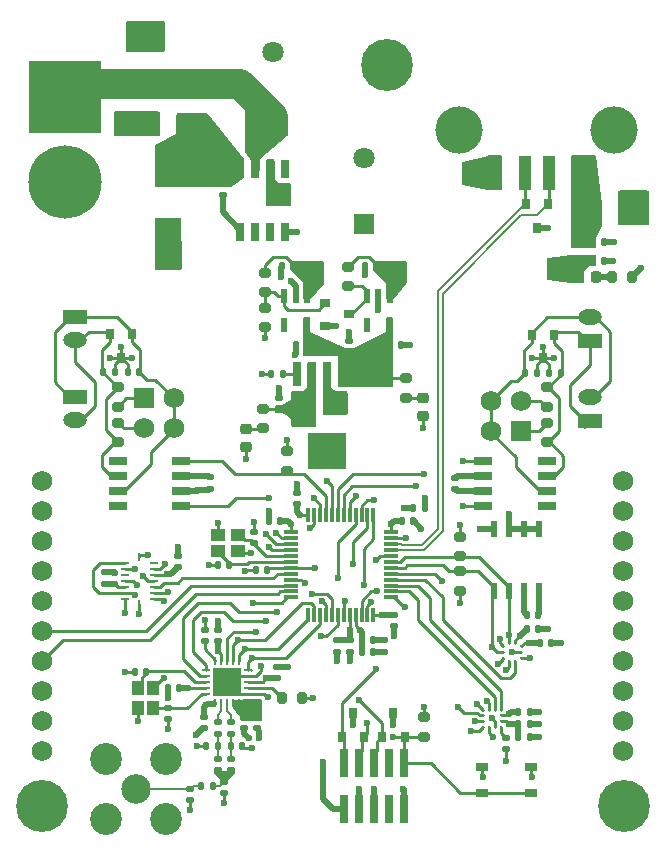
<source format=gbr>
%TF.GenerationSoftware,KiCad,Pcbnew,8.0.3-8.0.3-0~ubuntu22.04.1*%
%TF.CreationDate,2024-07-11T19:27:40-06:00*%
%TF.ProjectId,FCC_KiCAD,4643435f-4b69-4434-9144-2e6b69636164,rev?*%
%TF.SameCoordinates,Original*%
%TF.FileFunction,Copper,L1,Top*%
%TF.FilePolarity,Positive*%
%FSLAX46Y46*%
G04 Gerber Fmt 4.6, Leading zero omitted, Abs format (unit mm)*
G04 Created by KiCad (PCBNEW 8.0.3-8.0.3-0~ubuntu22.04.1) date 2024-07-11 19:27:40*
%MOMM*%
%LPD*%
G01*
G04 APERTURE LIST*
G04 Aperture macros list*
%AMRoundRect*
0 Rectangle with rounded corners*
0 $1 Rounding radius*
0 $2 $3 $4 $5 $6 $7 $8 $9 X,Y pos of 4 corners*
0 Add a 4 corners polygon primitive as box body*
4,1,4,$2,$3,$4,$5,$6,$7,$8,$9,$2,$3,0*
0 Add four circle primitives for the rounded corners*
1,1,$1+$1,$2,$3*
1,1,$1+$1,$4,$5*
1,1,$1+$1,$6,$7*
1,1,$1+$1,$8,$9*
0 Add four rect primitives between the rounded corners*
20,1,$1+$1,$2,$3,$4,$5,0*
20,1,$1+$1,$4,$5,$6,$7,0*
20,1,$1+$1,$6,$7,$8,$9,0*
20,1,$1+$1,$8,$9,$2,$3,0*%
G04 Aperture macros list end*
%TA.AperFunction,SMDPad,CuDef*%
%ADD10R,0.250000X0.275000*%
%TD*%
%TA.AperFunction,SMDPad,CuDef*%
%ADD11R,0.275000X0.250000*%
%TD*%
%TA.AperFunction,SMDPad,CuDef*%
%ADD12R,0.675000X0.250000*%
%TD*%
%TA.AperFunction,SMDPad,CuDef*%
%ADD13R,0.250000X0.675000*%
%TD*%
%TA.AperFunction,ComponentPad*%
%ADD14R,2.000000X1.300000*%
%TD*%
%TA.AperFunction,ComponentPad*%
%ADD15O,2.000000X1.300000*%
%TD*%
%TA.AperFunction,SMDPad,CuDef*%
%ADD16RoundRect,0.140000X0.140000X0.170000X-0.140000X0.170000X-0.140000X-0.170000X0.140000X-0.170000X0*%
%TD*%
%TA.AperFunction,SMDPad,CuDef*%
%ADD17R,0.800000X0.900000*%
%TD*%
%TA.AperFunction,SMDPad,CuDef*%
%ADD18R,2.500000X1.700000*%
%TD*%
%TA.AperFunction,SMDPad,CuDef*%
%ADD19RoundRect,0.050000X0.725000X0.250000X-0.725000X0.250000X-0.725000X-0.250000X0.725000X-0.250000X0*%
%TD*%
%TA.AperFunction,ComponentPad*%
%ADD20C,4.400000*%
%TD*%
%TA.AperFunction,SMDPad,CuDef*%
%ADD21RoundRect,0.140000X0.170000X-0.140000X0.170000X0.140000X-0.170000X0.140000X-0.170000X-0.140000X0*%
%TD*%
%TA.AperFunction,ComponentPad*%
%ADD22R,6.200000X6.200000*%
%TD*%
%TA.AperFunction,ComponentPad*%
%ADD23C,6.200000*%
%TD*%
%TA.AperFunction,SMDPad,CuDef*%
%ADD24RoundRect,0.140000X-0.170000X0.140000X-0.170000X-0.140000X0.170000X-0.140000X0.170000X0.140000X0*%
%TD*%
%TA.AperFunction,SMDPad,CuDef*%
%ADD25R,0.600000X1.400000*%
%TD*%
%TA.AperFunction,SMDPad,CuDef*%
%ADD26RoundRect,0.200000X-0.275000X0.200000X-0.275000X-0.200000X0.275000X-0.200000X0.275000X0.200000X0*%
%TD*%
%TA.AperFunction,SMDPad,CuDef*%
%ADD27R,1.700000X2.500000*%
%TD*%
%TA.AperFunction,SMDPad,CuDef*%
%ADD28RoundRect,0.140000X-0.140000X-0.170000X0.140000X-0.170000X0.140000X0.170000X-0.140000X0.170000X0*%
%TD*%
%TA.AperFunction,SMDPad,CuDef*%
%ADD29RoundRect,0.147500X-0.147500X-0.172500X0.147500X-0.172500X0.147500X0.172500X-0.147500X0.172500X0*%
%TD*%
%TA.AperFunction,SMDPad,CuDef*%
%ADD30RoundRect,0.200000X0.275000X-0.200000X0.275000X0.200000X-0.275000X0.200000X-0.275000X-0.200000X0*%
%TD*%
%TA.AperFunction,SMDPad,CuDef*%
%ADD31R,2.200000X2.000000*%
%TD*%
%TA.AperFunction,SMDPad,CuDef*%
%ADD32R,0.280000X0.760000*%
%TD*%
%TA.AperFunction,SMDPad,CuDef*%
%ADD33R,0.760000X0.280000*%
%TD*%
%TA.AperFunction,ComponentPad*%
%ADD34C,0.600000*%
%TD*%
%TA.AperFunction,SMDPad,CuDef*%
%ADD35R,2.400000X2.400000*%
%TD*%
%TA.AperFunction,SMDPad,CuDef*%
%ADD36R,1.200000X1.000000*%
%TD*%
%TA.AperFunction,SMDPad,CuDef*%
%ADD37R,0.550000X1.300000*%
%TD*%
%TA.AperFunction,ComponentPad*%
%ADD38R,1.750000X1.750000*%
%TD*%
%TA.AperFunction,ComponentPad*%
%ADD39C,1.750000*%
%TD*%
%TA.AperFunction,SMDPad,CuDef*%
%ADD40RoundRect,0.050000X-0.725000X-0.250000X0.725000X-0.250000X0.725000X0.250000X-0.725000X0.250000X0*%
%TD*%
%TA.AperFunction,SMDPad,CuDef*%
%ADD41RoundRect,0.218750X0.256250X-0.218750X0.256250X0.218750X-0.256250X0.218750X-0.256250X-0.218750X0*%
%TD*%
%TA.AperFunction,ComponentPad*%
%ADD42R,1.800000X1.800000*%
%TD*%
%TA.AperFunction,ComponentPad*%
%ADD43C,1.800000*%
%TD*%
%TA.AperFunction,SMDPad,CuDef*%
%ADD44RoundRect,0.050000X0.250000X-0.725000X0.250000X0.725000X-0.250000X0.725000X-0.250000X-0.725000X0*%
%TD*%
%TA.AperFunction,SMDPad,CuDef*%
%ADD45RoundRect,0.218750X-0.256250X0.218750X-0.256250X-0.218750X0.256250X-0.218750X0.256250X0.218750X0*%
%TD*%
%TA.AperFunction,SMDPad,CuDef*%
%ADD46R,1.000000X1.200000*%
%TD*%
%TA.AperFunction,ComponentPad*%
%ADD47C,2.500000*%
%TD*%
%TA.AperFunction,ComponentPad*%
%ADD48C,2.700000*%
%TD*%
%TA.AperFunction,SMDPad,CuDef*%
%ADD49RoundRect,0.225000X0.225000X0.250000X-0.225000X0.250000X-0.225000X-0.250000X0.225000X-0.250000X0*%
%TD*%
%TA.AperFunction,SMDPad,CuDef*%
%ADD50R,0.800000X2.400000*%
%TD*%
%TA.AperFunction,SMDPad,CuDef*%
%ADD51R,1.193800X0.304800*%
%TD*%
%TA.AperFunction,SMDPad,CuDef*%
%ADD52R,0.304800X1.193800*%
%TD*%
%TA.AperFunction,SMDPad,CuDef*%
%ADD53RoundRect,0.147500X0.147500X0.172500X-0.147500X0.172500X-0.147500X-0.172500X0.147500X-0.172500X0*%
%TD*%
%TA.AperFunction,SMDPad,CuDef*%
%ADD54RoundRect,0.200000X-0.200000X-0.275000X0.200000X-0.275000X0.200000X0.275000X-0.200000X0.275000X0*%
%TD*%
%TA.AperFunction,SMDPad,CuDef*%
%ADD55RoundRect,0.147500X-0.172500X0.147500X-0.172500X-0.147500X0.172500X-0.147500X0.172500X0.147500X0*%
%TD*%
%TA.AperFunction,SMDPad,CuDef*%
%ADD56RoundRect,0.050000X-0.275000X0.975000X-0.275000X-0.975000X0.275000X-0.975000X0.275000X0.975000X0*%
%TD*%
%TA.AperFunction,SMDPad,CuDef*%
%ADD57RoundRect,0.050000X-1.550000X0.975000X-1.550000X-0.975000X1.550000X-0.975000X1.550000X0.975000X0*%
%TD*%
%TA.AperFunction,SMDPad,CuDef*%
%ADD58R,0.900000X0.800000*%
%TD*%
%TA.AperFunction,SMDPad,CuDef*%
%ADD59R,1.120000X2.880000*%
%TD*%
%TA.AperFunction,ComponentPad*%
%ADD60C,4.000000*%
%TD*%
%TA.AperFunction,SMDPad,CuDef*%
%ADD61R,1.050000X0.650000*%
%TD*%
%TA.AperFunction,ViaPad*%
%ADD62C,0.600000*%
%TD*%
%TA.AperFunction,Conductor*%
%ADD63C,0.254000*%
%TD*%
%TA.AperFunction,Conductor*%
%ADD64C,0.508000*%
%TD*%
%TA.AperFunction,Conductor*%
%ADD65C,0.295000*%
%TD*%
%TA.AperFunction,Conductor*%
%ADD66C,0.280000*%
%TD*%
%TA.AperFunction,Conductor*%
%ADD67C,2.500000*%
%TD*%
%TA.AperFunction,Conductor*%
%ADD68C,0.800000*%
%TD*%
%TA.AperFunction,Conductor*%
%ADD69C,2.000000*%
%TD*%
%TA.AperFunction,Conductor*%
%ADD70C,0.156500*%
%TD*%
%TA.AperFunction,Conductor*%
%ADD71C,0.167600*%
%TD*%
G04 APERTURE END LIST*
D10*
%TO.P,U4,1,VDDIO*%
%TO.N,+3V3*%
X165750000Y-115050000D03*
%TO.P,U4,2,SCL/SCK*%
%TO.N,SCL*%
X165250000Y-115050000D03*
D11*
%TO.P,U4,3,VSS*%
%TO.N,GND*%
X164738000Y-115312001D03*
%TO.P,U4,4,SDA/SDI*%
%TO.N,SDA*%
X164738000Y-115812000D03*
%TO.P,U4,5,SDO*%
%TO.N,GND*%
X164738000Y-116311999D03*
D10*
%TO.P,U4,6,~{CSB}*%
%TO.N,+3V3*%
X165250000Y-116574000D03*
%TO.P,U4,7,INT*%
%TO.N,BMP_INT*%
X165750000Y-116574000D03*
D11*
%TO.P,U4,8,VSS*%
%TO.N,GND*%
X166262000Y-116311999D03*
%TO.P,U4,9,VSS*%
X166262000Y-115812000D03*
%TO.P,U4,10,VDD*%
%TO.N,+3V3*%
X166262000Y-115312001D03*
%TD*%
D12*
%TO.P,U1,1,INT2*%
%TO.N,unconnected-(U1-INT2-Pad1)*%
X135200000Y-108300001D03*
%TO.P,U1,2,GND*%
%TO.N,GND*%
X135200000Y-108800000D03*
%TO.P,U1,3,VDD*%
%TO.N,+3V3*%
X135200000Y-109300002D03*
%TO.P,U1,4,GNDA*%
%TO.N,GND*%
X135200000Y-109800001D03*
%TO.P,U1,5,~{CSB}2*%
%TO.N,GYRO_~{CS}*%
X135200000Y-110300000D03*
%TO.P,U1,6,GNDIO*%
%TO.N,GND*%
X135200000Y-110800001D03*
%TO.P,U1,7,PS*%
X135200000Y-111300001D03*
D13*
%TO.P,U1,8,SCL/SCK*%
%TO.N,SCLK*%
X133950000Y-111800001D03*
D12*
%TO.P,U1,9,SDA/SDI*%
%TO.N,MOSI*%
X132700000Y-111300002D03*
%TO.P,U1,10,SDO2*%
%TO.N,MISO*%
X132700000Y-110800003D03*
%TO.P,U1,11,VDDIO*%
%TO.N,+3V3*%
X132700000Y-110300001D03*
%TO.P,U1,12,INT3*%
%TO.N,GYRO_INT*%
X132700000Y-109800002D03*
%TO.P,U1,13,INT4*%
%TO.N,unconnected-(U1-INT4-Pad13)*%
X132700000Y-109300003D03*
%TO.P,U1,14,~{CSB}1*%
%TO.N,ACCEL_~{CS}*%
X132700000Y-108800001D03*
%TO.P,U1,15,SDO1*%
%TO.N,MISO*%
X132700000Y-108300002D03*
D13*
%TO.P,U1,16,INT1*%
%TO.N,ACCEL_INT*%
X133950000Y-107800001D03*
%TD*%
D14*
%TO.P,J4,1,Pin_1*%
%TO.N,/I2C + CANBUS/CAN1H*%
X128510000Y-87450000D03*
D15*
%TO.P,J4,2,Pin_2*%
%TO.N,/I2C + CANBUS/CAN1L*%
X128510000Y-89450000D03*
%TD*%
D14*
%TO.P,J5,1,Pin_1*%
%TO.N,/I2C + CANBUS/CAN1H*%
X128510000Y-94200000D03*
D15*
%TO.P,J5,2,Pin_2*%
%TO.N,/I2C + CANBUS/CAN1L*%
X128510000Y-96200000D03*
%TD*%
D14*
%TO.P,J6,1,Pin_1*%
%TO.N,/I2C + CANBUS/CAN2H*%
X172085000Y-96250000D03*
D15*
%TO.P,J6,2,Pin_2*%
%TO.N,/I2C + CANBUS/CAN2L*%
X172085000Y-94250000D03*
%TD*%
D14*
%TO.P,J7,1,Pin_1*%
%TO.N,/I2C + CANBUS/CAN2H*%
X172085000Y-89500000D03*
D15*
%TO.P,J7,2,Pin_2*%
%TO.N,/I2C + CANBUS/CAN2L*%
X172085000Y-87500000D03*
%TD*%
D16*
%TO.P,C55,1*%
%TO.N,Net-(U10-PF1_OSC_OUT)*%
X141565001Y-108499999D03*
%TO.P,C55,2*%
%TO.N,GND*%
X140605001Y-108499999D03*
%TD*%
D17*
%TO.P,D12,1,K*%
%TO.N,/MCU + PAYLOAD/SWDIO*%
X151100000Y-123000000D03*
%TO.P,D12,2,K*%
%TO.N,/MCU + PAYLOAD/SWCLK*%
X153000000Y-123000000D03*
%TO.P,D12,3,A*%
%TO.N,GND*%
X152050000Y-121000000D03*
%TD*%
D18*
%TO.P,D6,1,K*%
%TO.N,Net-(D6-K)*%
X138385000Y-71100000D03*
%TO.P,D6,2,A*%
%TO.N,GND*%
X134385000Y-71100000D03*
%TD*%
D19*
%TO.P,U5,1,D*%
%TO.N,CAN1_TX*%
X137500000Y-103440000D03*
%TO.P,U5,2,GND*%
%TO.N,GND*%
X137500000Y-102170000D03*
%TO.P,U5,3,VCC*%
%TO.N,+3V3*%
X137500000Y-100900000D03*
%TO.P,U5,4,R*%
%TO.N,CAN1_RX*%
X137500000Y-99630000D03*
%TO.P,U5,5,NC*%
%TO.N,unconnected-(U5-NC-Pad5)*%
X132100000Y-99630000D03*
%TO.P,U5,6,CANL*%
%TO.N,/I2C + CANBUS/CAN1L*%
X132100000Y-100900000D03*
%TO.P,U5,7,CANH*%
%TO.N,/I2C + CANBUS/CAN1H*%
X132100000Y-102170000D03*
%TO.P,U5,8,NC*%
%TO.N,unconnected-(U5-NC-Pad8)*%
X132100000Y-103440000D03*
%TD*%
D20*
%TO.P,H3,1*%
%TO.N,N/C*%
X174935000Y-128860000D03*
%TD*%
D16*
%TO.P,C40,1*%
%TO.N,GND*%
X156085001Y-89800000D03*
%TO.P,C40,2*%
%TO.N,+5V*%
X155125001Y-89800000D03*
%TD*%
D21*
%TO.P,C51,1*%
%TO.N,+3V3*%
X147300001Y-103309998D03*
%TO.P,C51,2*%
%TO.N,GND*%
X147300001Y-102349998D03*
%TD*%
%TO.P,C5,1*%
%TO.N,+3V3*%
X140612400Y-114917400D03*
%TO.P,C5,2*%
%TO.N,GND*%
X140612400Y-113957400D03*
%TD*%
D17*
%TO.P,D1,1,K*%
%TO.N,/I2C + CANBUS/CAN1H*%
X133350000Y-88900000D03*
%TO.P,D1,2,K*%
%TO.N,/I2C + CANBUS/CAN1L*%
X131450000Y-88900000D03*
%TO.P,D1,3,A*%
%TO.N,GND*%
X132400000Y-90900000D03*
%TD*%
D16*
%TO.P,C8,1*%
%TO.N,+3V3*%
X137287400Y-118867400D03*
%TO.P,C8,2*%
%TO.N,GND*%
X136327400Y-118867400D03*
%TD*%
D22*
%TO.P,J8,1,Pin_1*%
%TO.N,+BATT*%
X127675000Y-68850000D03*
D23*
%TO.P,J8,2,Pin_2*%
%TO.N,GND*%
X127675000Y-76050000D03*
%TD*%
D24*
%TO.P,C26,1*%
%TO.N,Net-(U7-C1)*%
X164970000Y-123100000D03*
%TO.P,C26,2*%
%TO.N,GND*%
X164970000Y-124060000D03*
%TD*%
D17*
%TO.P,D13,1,K*%
%TO.N,/MCU + PAYLOAD/SWO*%
X154500000Y-123000000D03*
%TO.P,D13,2,K*%
%TO.N,/MCU + PAYLOAD/NRST*%
X156400000Y-123000000D03*
%TO.P,D13,3,A*%
%TO.N,GND*%
X155450000Y-121000000D03*
%TD*%
D25*
%TO.P,U3,1,E0*%
%TO.N,+3V3*%
X167770000Y-105400000D03*
%TO.P,U3,2,E1*%
X166500000Y-105400000D03*
%TO.P,U3,3,E2*%
X165230000Y-105400000D03*
%TO.P,U3,4,VSS*%
%TO.N,GND*%
X163960000Y-105400000D03*
%TO.P,U3,5,SDA*%
%TO.N,SDA*%
X163960000Y-110700000D03*
%TO.P,U3,6,SCL*%
%TO.N,SCL*%
X165230000Y-110700000D03*
%TO.P,U3,7,~{WC}*%
%TO.N,GND*%
X166500000Y-110700000D03*
%TO.P,U3,8,VCC*%
%TO.N,+3V3*%
X167770000Y-110700000D03*
%TD*%
D16*
%TO.P,C3,1*%
%TO.N,Net-(U2-XOSC_Q1)*%
X134510000Y-117492400D03*
%TO.P,C3,2*%
%TO.N,GND*%
X133550000Y-117492400D03*
%TD*%
D26*
%TO.P,R10,1*%
%TO.N,+5V*%
X156485000Y-92650000D03*
%TO.P,R10,2*%
%TO.N,Net-(D10-A)*%
X156485000Y-94300000D03*
%TD*%
D27*
%TO.P,D3,1,K*%
%TO.N,+BATT*%
X133885000Y-67700000D03*
%TO.P,D3,2,A*%
%TO.N,GND*%
X133885000Y-63700000D03*
%TD*%
D20*
%TO.P,H1,1*%
%TO.N,N/C*%
X154935000Y-66150000D03*
%TD*%
D28*
%TO.P,C28,1*%
%TO.N,/I2C + CANBUS/CAN2L*%
X166610000Y-92175000D03*
%TO.P,C28,2*%
%TO.N,GND*%
X167570000Y-92175000D03*
%TD*%
D24*
%TO.P,C22,1*%
%TO.N,GND*%
X160630000Y-101075000D03*
%TO.P,C22,2*%
%TO.N,+3V3*%
X160630000Y-102035000D03*
%TD*%
D29*
%TO.P,L1,1,1*%
%TO.N,GND*%
X139617400Y-123792400D03*
%TO.P,L1,2,2*%
%TO.N,Net-(C11-Pad2)*%
X140587400Y-123792400D03*
%TD*%
D24*
%TO.P,C6,1*%
%TO.N,Net-(U2-XOSC_Q2)*%
X136357400Y-120567400D03*
%TO.P,C6,2*%
%TO.N,GND*%
X136357400Y-121527400D03*
%TD*%
D30*
%TO.P,R14,1*%
%TO.N,+3V3*%
X161050000Y-110650000D03*
%TO.P,R14,2*%
%TO.N,SDA*%
X161050000Y-109000000D03*
%TD*%
D24*
%TO.P,C10,1*%
%TO.N,+3V3*%
X143887400Y-121342400D03*
%TO.P,C10,2*%
%TO.N,GND*%
X143887400Y-122302400D03*
%TD*%
D31*
%TO.P,L4,1,1*%
%TO.N,Net-(D6-K)*%
X136385000Y-74200000D03*
%TO.P,L4,2,2*%
%TO.N,/POWER + USB/5VDCDC*%
X136385000Y-80100000D03*
%TD*%
D24*
%TO.P,C43,1*%
%TO.N,GND*%
X145725000Y-94290000D03*
%TO.P,C43,2*%
%TO.N,+3V3*%
X145725000Y-95250000D03*
%TD*%
D16*
%TO.P,C24,1*%
%TO.N,/I2C + CANBUS/CAN2H*%
X169610000Y-92175000D03*
%TO.P,C24,2*%
%TO.N,GND*%
X168650000Y-92175000D03*
%TD*%
D28*
%TO.P,C25,1*%
%TO.N,+3V3*%
X166020000Y-121950000D03*
%TO.P,C25,2*%
%TO.N,GND*%
X166980000Y-121950000D03*
%TD*%
D26*
%TO.P,R12,1*%
%TO.N,+3V3*%
X158000000Y-121350000D03*
%TO.P,R12,2*%
%TO.N,/MCU + PAYLOAD/NRST*%
X158000000Y-123000000D03*
%TD*%
D28*
%TO.P,C49,1*%
%TO.N,+3V3*%
X157150001Y-103649999D03*
%TO.P,C49,2*%
%TO.N,GND*%
X158110001Y-103649999D03*
%TD*%
D30*
%TO.P,R15,1*%
%TO.N,CAN1_RX*%
X146450000Y-100500000D03*
%TO.P,R15,2*%
%TO.N,GND*%
X146450000Y-98850000D03*
%TD*%
D32*
%TO.P,U2,1,SCLK*%
%TO.N,SCLK*%
X142387400Y-116582400D03*
%TO.P,U2,2,SO_GDO1*%
%TO.N,MISO*%
X141887400Y-116582400D03*
%TO.P,U2,3,GDO2*%
%TO.N,CC2500_GDO2*%
X141387400Y-116582400D03*
%TO.P,U2,4,DVDD*%
%TO.N,+3V3*%
X140887401Y-116582400D03*
%TO.P,U2,5,DCOUPL*%
%TO.N,Net-(U2-DCOUPL)*%
X140387399Y-116582400D03*
D33*
%TO.P,U2,6,GDO0_ATEST*%
%TO.N,CC2500_GDO0*%
X139607400Y-117362399D03*
%TO.P,U2,7,~{CS}*%
%TO.N,CC2500_~{CS}*%
X139607400Y-117862400D03*
%TO.P,U2,8,XOSC_Q1*%
%TO.N,Net-(U2-XOSC_Q1)*%
X139607400Y-118362400D03*
%TO.P,U2,9,AVDD*%
%TO.N,+3V3*%
X139607400Y-118862399D03*
%TO.P,U2,10,XOSC_Q2*%
%TO.N,Net-(U2-XOSC_Q2)*%
X139607400Y-119362400D03*
D32*
%TO.P,U2,11,AVDD*%
%TO.N,+3V3*%
X140387399Y-120142400D03*
%TO.P,U2,12,RF_P*%
%TO.N,Net-(U2-RF_P)*%
X140887400Y-120142400D03*
%TO.P,U2,13,RF_N*%
%TO.N,Net-(U2-RF_N)*%
X141387400Y-120142400D03*
%TO.P,U2,14,AVDD*%
%TO.N,+3V3*%
X141887400Y-120142400D03*
%TO.P,U2,15,AVDD*%
X142387401Y-120142400D03*
D33*
%TO.P,U2,16,GND*%
%TO.N,GND*%
X143167400Y-119362400D03*
%TO.P,U2,17,RBIAS*%
%TO.N,Net-(U2-RBIAS)*%
X143167400Y-118862400D03*
%TO.P,U2,18,DGUARD*%
%TO.N,+3V3*%
X143167400Y-118362400D03*
%TO.P,U2,19,GND*%
%TO.N,GND*%
X143167400Y-117862400D03*
%TO.P,U2,20,SI*%
%TO.N,MOSI*%
X143167400Y-117362400D03*
D34*
%TO.P,U2,21,PAD*%
%TO.N,GND*%
X142174800Y-117575000D03*
X140600000Y-117575000D03*
X141387400Y-118362400D03*
D35*
X141387400Y-118362400D03*
D34*
X142174800Y-119149800D03*
X140600000Y-119149800D03*
%TD*%
D36*
%TO.P,X2,1,1*%
%TO.N,Net-(U10-PF0_OSC_IN)*%
X142300001Y-105950000D03*
%TO.P,X2,2,2*%
%TO.N,GND*%
X140600001Y-105950000D03*
%TO.P,X2,3,3*%
%TO.N,Net-(U10-PF1_OSC_OUT)*%
X140600001Y-107250000D03*
%TO.P,X2,4,4*%
%TO.N,GND*%
X142300001Y-107250000D03*
%TD*%
D28*
%TO.P,C30,1*%
%TO.N,+3V3*%
X166020000Y-120900000D03*
%TO.P,C30,2*%
%TO.N,GND*%
X166980000Y-120900000D03*
%TD*%
D37*
%TO.P,D7,1,VDD*%
%TO.N,/POWER + USB/5VDCDC*%
X148125000Y-85650000D03*
%TO.P,D7,2,GND*%
%TO.N,GND*%
X147174999Y-85650000D03*
%TO.P,D7,3,EN*%
%TO.N,Net-(D7-EN)*%
X146224999Y-85650000D03*
%TO.P,D7,4,NC*%
%TO.N,unconnected-(D7-NC-Pad4)*%
X146224999Y-88150000D03*
%TO.P,D7,5,OUT*%
%TO.N,+5V*%
X148125000Y-88150000D03*
%TD*%
D24*
%TO.P,C44,1*%
%TO.N,+3V3*%
X150700000Y-114850000D03*
%TO.P,C44,2*%
%TO.N,GND*%
X150700000Y-115810000D03*
%TD*%
D38*
%TO.P,J2,1,Pin_1*%
%TO.N,Net-(J2-Pin_1)*%
X134300000Y-94360000D03*
D39*
%TO.P,J2,2,Pin_2*%
%TO.N,/I2C + CANBUS/CAN1H*%
X136840000Y-94360000D03*
%TO.P,J2,3,Pin_3*%
%TO.N,Net-(J2-Pin_3)*%
X134300000Y-96900000D03*
%TO.P,J2,4,Pin_4*%
%TO.N,/I2C + CANBUS/CAN1H*%
X136840000Y-96900000D03*
%TD*%
D18*
%TO.P,D4,1,K*%
%TO.N,/POWER + USB/5VBUS*%
X171785000Y-78800000D03*
%TO.P,D4,2,A*%
%TO.N,GND*%
X175785000Y-78800000D03*
%TD*%
D40*
%TO.P,U6,1,D*%
%TO.N,CAN2_TX*%
X163030000Y-99665000D03*
%TO.P,U6,2,GND*%
%TO.N,GND*%
X163030000Y-100935000D03*
%TO.P,U6,3,VCC*%
%TO.N,+3V3*%
X163030000Y-102205000D03*
%TO.P,U6,4,R*%
%TO.N,CAN2_RX*%
X163030000Y-103475000D03*
%TO.P,U6,5,NC*%
%TO.N,unconnected-(U6-NC-Pad5)*%
X168430000Y-103475000D03*
%TO.P,U6,6,CANL*%
%TO.N,/I2C + CANBUS/CAN2L*%
X168430000Y-102205000D03*
%TO.P,U6,7,CANH*%
%TO.N,/I2C + CANBUS/CAN2H*%
X168430000Y-100935000D03*
%TO.P,U6,8,NC*%
%TO.N,unconnected-(U6-NC-Pad8)*%
X168430000Y-99665000D03*
%TD*%
D28*
%TO.P,C29,1*%
%TO.N,+3V3*%
X166020000Y-123000000D03*
%TO.P,C29,2*%
%TO.N,GND*%
X166980000Y-123000000D03*
%TD*%
D21*
%TO.P,C21,1*%
%TO.N,GND*%
X139925000Y-102000000D03*
%TO.P,C21,2*%
%TO.N,+3V3*%
X139925000Y-101040000D03*
%TD*%
D41*
%TO.P,D10,1,K*%
%TO.N,GND*%
X157950000Y-95875000D03*
%TO.P,D10,2,A*%
%TO.N,Net-(D10-A)*%
X157950000Y-94300000D03*
%TD*%
D28*
%TO.P,C37,1*%
%TO.N,GND*%
X146015000Y-83150000D03*
%TO.P,C37,2*%
%TO.N,/POWER + USB/5VDCDC*%
X146975000Y-83150000D03*
%TD*%
D16*
%TO.P,C34,1*%
%TO.N,GND*%
X173295000Y-82725000D03*
%TO.P,C34,2*%
%TO.N,/POWER + USB/5VBUS_FILT*%
X172335000Y-82725000D03*
%TD*%
D28*
%TO.P,C19,1*%
%TO.N,+3V3*%
X167850000Y-115050000D03*
%TO.P,C19,2*%
%TO.N,GND*%
X168810000Y-115050000D03*
%TD*%
D24*
%TO.P,C17,1*%
%TO.N,Net-(J1-In)*%
X138200000Y-127440000D03*
%TO.P,C17,2*%
%TO.N,GND*%
X138200000Y-128400000D03*
%TD*%
D21*
%TO.P,C2,1*%
%TO.N,+3V3*%
X137200000Y-108650000D03*
%TO.P,C2,2*%
%TO.N,GND*%
X137200000Y-107690000D03*
%TD*%
%TO.P,C41,1*%
%TO.N,+5V*%
X151725000Y-90450000D03*
%TO.P,C41,2*%
%TO.N,GND*%
X151725000Y-89490000D03*
%TD*%
D28*
%TO.P,C14,1*%
%TO.N,Net-(C12-Pad2)*%
X141687400Y-123792400D03*
%TO.P,C14,2*%
%TO.N,GND*%
X142647400Y-123792400D03*
%TD*%
D21*
%TO.P,C1,1*%
%TO.N,+3V3*%
X131000000Y-110050002D03*
%TO.P,C1,2*%
%TO.N,GND*%
X131000000Y-109090002D03*
%TD*%
D30*
%TO.P,R5,1*%
%TO.N,Net-(J3-Pin_3)*%
X168430000Y-95075000D03*
%TO.P,R5,2*%
%TO.N,/I2C + CANBUS/CAN2H*%
X168430000Y-93425000D03*
%TD*%
D42*
%TO.P,C31,1*%
%TO.N,+BATT*%
X145285000Y-70511800D03*
D43*
%TO.P,C31,2*%
%TO.N,GND*%
X145285000Y-65000000D03*
%TD*%
D10*
%TO.P,U7,1,SCL/SCK*%
%TO.N,SCL*%
X163049999Y-122200001D03*
%TO.P,U7,2,GND*%
%TO.N,GND*%
X163550000Y-122200002D03*
%TO.P,U7,3,GND*%
X164050000Y-122200002D03*
%TO.P,U7,4,C1*%
%TO.N,Net-(U7-C1)*%
X164550001Y-122200002D03*
D11*
%TO.P,U7,5,VDD*%
%TO.N,+3V3*%
X164560000Y-121700001D03*
%TO.P,U7,6,VDDIO*%
X164560000Y-121200001D03*
D10*
%TO.P,U7,7,INT*%
%TO.N,MAG_INT*%
X164550001Y-120700000D03*
%TO.P,U7,8,DRDY*%
%TO.N,MAG_DRDY*%
X164050000Y-120700000D03*
%TO.P,U7,9,SDO*%
%TO.N,GND*%
X163550000Y-120700000D03*
%TO.P,U7,10,CS*%
%TO.N,+3V3*%
X163049999Y-120700000D03*
D11*
%TO.P,U7,11,SDA/SDI*%
%TO.N,SDA*%
X163040000Y-121200001D03*
%TO.P,U7,12,GND*%
%TO.N,GND*%
X163040000Y-121700001D03*
%TD*%
D41*
%TO.P,D11,1,K*%
%TO.N,GND*%
X142950000Y-98500000D03*
%TO.P,D11,2,A*%
%TO.N,Net-(D11-A)*%
X142950000Y-96925000D03*
%TD*%
D16*
%TO.P,C48,1*%
%TO.N,+3V3*%
X145865001Y-104750000D03*
%TO.P,C48,2*%
%TO.N,GND*%
X144905001Y-104750000D03*
%TD*%
D28*
%TO.P,C18,1*%
%TO.N,GND*%
X166740000Y-112700000D03*
%TO.P,C18,2*%
%TO.N,+3V3*%
X167700000Y-112700000D03*
%TD*%
D26*
%TO.P,R13,1*%
%TO.N,+3V3*%
X161050000Y-106050000D03*
%TO.P,R13,2*%
%TO.N,SCL*%
X161050000Y-107700000D03*
%TD*%
D44*
%TO.P,U8,1,CB*%
%TO.N,Net-(U8-CB)*%
X142485000Y-80300000D03*
%TO.P,U8,2,SS*%
%TO.N,unconnected-(U8-SS-Pad2)*%
X143755000Y-80300000D03*
%TO.P,U8,3,SYNC*%
%TO.N,unconnected-(U8-SYNC-Pad3)*%
X145025000Y-80300000D03*
%TO.P,U8,4,FB*%
%TO.N,/POWER + USB/5VDCDC*%
X146295000Y-80300000D03*
%TO.P,U8,5,ON/~{OFF}*%
%TO.N,unconnected-(U8-ON{slash}~{OFF}-Pad5)*%
X146295000Y-74900000D03*
%TO.P,U8,6,GND*%
%TO.N,GND*%
X145025000Y-74900000D03*
%TO.P,U8,7,VIN*%
%TO.N,+BATT*%
X143755000Y-74900000D03*
%TO.P,U8,8,VSW*%
%TO.N,Net-(D6-K)*%
X142485000Y-74900000D03*
%TD*%
D24*
%TO.P,C11,1*%
%TO.N,Net-(U2-RF_P)*%
X140587400Y-121782400D03*
%TO.P,C11,2*%
%TO.N,Net-(C11-Pad2)*%
X140587400Y-122742400D03*
%TD*%
D45*
%TO.P,FB1,1*%
%TO.N,/POWER + USB/5VBUS*%
X171085000Y-81125000D03*
%TO.P,FB1,2*%
%TO.N,/POWER + USB/5VBUS_FILT*%
X171085000Y-82700000D03*
%TD*%
D46*
%TO.P,X1,1,1*%
%TO.N,Net-(U2-XOSC_Q1)*%
X133787400Y-118867400D03*
%TO.P,X1,2,2*%
%TO.N,GND*%
X133787400Y-120567400D03*
%TO.P,X1,3,3*%
%TO.N,Net-(U2-XOSC_Q2)*%
X135087400Y-120567400D03*
%TO.P,X1,4,4*%
%TO.N,GND*%
X135087400Y-118867400D03*
%TD*%
D47*
%TO.P,J1,1,In*%
%TO.N,Net-(J1-In)*%
X133685000Y-127400000D03*
D48*
%TO.P,J1,2,Ext*%
%TO.N,GND*%
X136225000Y-124860000D03*
X131145000Y-124860000D03*
X136225000Y-129940000D03*
X131145000Y-129940000D03*
%TD*%
D30*
%TO.P,R2,1*%
%TO.N,Net-(J2-Pin_1)*%
X132100000Y-95050000D03*
%TO.P,R2,2*%
%TO.N,/I2C + CANBUS/CAN1L*%
X132100000Y-93400000D03*
%TD*%
D24*
%TO.P,C16,1*%
%TO.N,Net-(C15-Pad2)*%
X141125000Y-126825000D03*
%TO.P,C16,2*%
%TO.N,GND*%
X141125000Y-127785000D03*
%TD*%
D20*
%TO.P,H2,1*%
%TO.N,N/C*%
X125685000Y-128860000D03*
%TD*%
D21*
%TO.P,C52,1*%
%TO.N,Net-(U10-PF0_OSC_IN)*%
X143650001Y-106609999D03*
%TO.P,C52,2*%
%TO.N,GND*%
X143650001Y-105649999D03*
%TD*%
D28*
%TO.P,C27,1*%
%TO.N,/I2C + CANBUS/CAN1L*%
X130900000Y-92100000D03*
%TO.P,C27,2*%
%TO.N,GND*%
X131860000Y-92100000D03*
%TD*%
D26*
%TO.P,R11,1*%
%TO.N,+3V3*%
X144450000Y-95250000D03*
%TO.P,R11,2*%
%TO.N,Net-(D11-A)*%
X144450000Y-96900000D03*
%TD*%
D42*
%TO.P,C36,1*%
%TO.N,/POWER + USB/5VDCDC*%
X152985000Y-79550000D03*
D43*
%TO.P,C36,2*%
%TO.N,GND*%
X152985000Y-74038200D03*
%TD*%
D49*
%TO.P,C35,1*%
%TO.N,Net-(C35-Pad1)*%
X172635000Y-84100000D03*
%TO.P,C35,2*%
%TO.N,/POWER + USB/5VBUS_FILT*%
X171085000Y-84100000D03*
%TD*%
D50*
%TO.P,J10,1,Pin_1*%
%TO.N,+3V3*%
X151230000Y-129150002D03*
%TO.P,J10,2,Pin_2*%
%TO.N,/MCU + PAYLOAD/SWDIO*%
X151230000Y-125250000D03*
%TO.P,J10,3,Pin_3*%
%TO.N,GND*%
X152500000Y-129150002D03*
%TO.P,J10,4,Pin_4*%
%TO.N,/MCU + PAYLOAD/SWCLK*%
X152500000Y-125250000D03*
%TO.P,J10,5,Pin_5*%
%TO.N,GND*%
X153770000Y-129150002D03*
%TO.P,J10,6,Pin_6*%
%TO.N,/MCU + PAYLOAD/SWO*%
X153770000Y-125250000D03*
%TO.P,J10,7,Pin_7*%
%TO.N,unconnected-(J10-Pin_7-Pad7)*%
X155040000Y-129150002D03*
%TO.P,J10,8,Pin_8*%
%TO.N,unconnected-(J10-Pin_8-Pad8)*%
X155040000Y-125250000D03*
%TO.P,J10,9,Pin_9*%
%TO.N,GND*%
X156310000Y-129150002D03*
%TO.P,J10,10,Pin_10*%
%TO.N,/MCU + PAYLOAD/NRST*%
X156310000Y-125250000D03*
%TD*%
D51*
%TO.P,U10,1,VBAT*%
%TO.N,+3V3*%
X146750001Y-105699999D03*
%TO.P,U10,2,PC13*%
%TO.N,/MCU + PAYLOAD/GPIO2*%
X146750001Y-106199998D03*
%TO.P,U10,3,PC14_OSC32_IN*%
%TO.N,/MCU + PAYLOAD/GPIO3*%
X146750001Y-106700000D03*
%TO.P,U10,4,PC15_OSC32_OUT*%
%TO.N,ACCEL_INT*%
X146750001Y-107199999D03*
%TO.P,U10,5,PF0_OSC_IN*%
%TO.N,Net-(U10-PF0_OSC_IN)*%
X146750001Y-107699998D03*
%TO.P,U10,6,PF1_OSC_OUT*%
%TO.N,Net-(U10-PF1_OSC_OUT)*%
X146750001Y-108199999D03*
%TO.P,U10,7,PG10_NRST*%
%TO.N,/MCU + PAYLOAD/NRST*%
X146750001Y-108699999D03*
%TO.P,U10,8,PA0*%
%TO.N,GYRO_~{CS}*%
X146750001Y-109200000D03*
%TO.P,U10,9,PA1*%
%TO.N,GYRO_INT*%
X146750001Y-109699999D03*
%TO.P,U10,10,PA2*%
%TO.N,/MCU + PAYLOAD/UART_TX*%
X146750001Y-110199998D03*
%TO.P,U10,11,PA3*%
%TO.N,/MCU + PAYLOAD/UART_RX*%
X146750001Y-110700000D03*
%TO.P,U10,12,PA4*%
%TO.N,ACCEL_~{CS}*%
X146750001Y-111199999D03*
D52*
%TO.P,U10,13,PA5*%
%TO.N,SCLK*%
X148250000Y-112699998D03*
%TO.P,U10,14,PA6*%
%TO.N,MISO*%
X148749999Y-112699998D03*
%TO.P,U10,15,PA7*%
%TO.N,MOSI*%
X149250001Y-112699998D03*
%TO.P,U10,16,PB0*%
%TO.N,CC2500_GDO0*%
X149750000Y-112699998D03*
%TO.P,U10,17,PB1*%
%TO.N,CC2500_~{CS}*%
X150249999Y-112699998D03*
%TO.P,U10,18,PB2*%
%TO.N,CC2500_GDO2*%
X150750000Y-112699998D03*
%TO.P,U10,19,VSSA*%
%TO.N,GND*%
X151250000Y-112699998D03*
%TO.P,U10,20,VREF+*%
%TO.N,+3V3*%
X151750001Y-112699998D03*
%TO.P,U10,21,VDDA*%
X152250000Y-112699998D03*
%TO.P,U10,22,PB10*%
%TO.N,/MCU + PAYLOAD/GPIO8*%
X152749999Y-112699998D03*
%TO.P,U10,23,VSS*%
%TO.N,GND*%
X153250001Y-112699998D03*
%TO.P,U10,24,VDD*%
%TO.N,+3V3*%
X153750000Y-112699998D03*
D51*
%TO.P,U10,25,PB11*%
%TO.N,/MCU + PAYLOAD/GPIO9*%
X155249999Y-111199999D03*
%TO.P,U10,26,PB12*%
%TO.N,MAG_DRDY*%
X155249999Y-110700000D03*
%TO.P,U10,27,PB13*%
%TO.N,MAG_INT*%
X155249999Y-110199998D03*
%TO.P,U10,28,PB14*%
%TO.N,BMP_INT*%
X155249999Y-109699999D03*
%TO.P,U10,29,PB15*%
%TO.N,/MCU + PAYLOAD/GPIO7*%
X155249999Y-109200000D03*
%TO.P,U10,30,PA8*%
%TO.N,SDA*%
X155249999Y-108699999D03*
%TO.P,U10,31,PA9*%
%TO.N,SCL*%
X155249999Y-108199999D03*
%TO.P,U10,32,PA10*%
%TO.N,/MCU + PAYLOAD/GPIO6*%
X155249999Y-107699998D03*
%TO.P,U10,33,PA11*%
%TO.N,USB_D-*%
X155249999Y-107199999D03*
%TO.P,U10,34,PA12*%
%TO.N,USB_D+*%
X155249999Y-106700000D03*
%TO.P,U10,35,VSS*%
%TO.N,GND*%
X155249999Y-106199998D03*
%TO.P,U10,36,VDD*%
%TO.N,+3V3*%
X155249999Y-105699999D03*
D52*
%TO.P,U10,37,PA13*%
%TO.N,/MCU + PAYLOAD/SWDIO*%
X153750000Y-104200000D03*
%TO.P,U10,38,PA14*%
%TO.N,/MCU + PAYLOAD/SWCLK*%
X153250001Y-104200000D03*
%TO.P,U10,39,PA15*%
%TO.N,/MCU + PAYLOAD/GPIO5*%
X152749999Y-104200000D03*
%TO.P,U10,40,PB3*%
%TO.N,/MCU + PAYLOAD/SWO*%
X152250000Y-104200000D03*
%TO.P,U10,41,PB4*%
%TO.N,/MCU + PAYLOAD/GPIO4*%
X151750001Y-104200000D03*
%TO.P,U10,42,PB5*%
%TO.N,CAN2_RX*%
X151250000Y-104200000D03*
%TO.P,U10,43,PB6*%
%TO.N,CAN2_TX*%
X150750000Y-104200000D03*
%TO.P,U10,44,PB7*%
%TO.N,/MCU + PAYLOAD/GPIO1*%
X150249999Y-104200000D03*
%TO.P,U10,45,PB8_BOOT0*%
%TO.N,CAN1_RX*%
X149750000Y-104200000D03*
%TO.P,U10,46,PB9*%
%TO.N,CAN1_TX*%
X149250001Y-104200000D03*
%TO.P,U10,47,VSS*%
%TO.N,GND*%
X148749999Y-104200000D03*
%TO.P,U10,48,VDD*%
%TO.N,+3V3*%
X148250000Y-104200000D03*
%TD*%
D24*
%TO.P,C13,1*%
%TO.N,+3V3*%
X139452400Y-121342400D03*
%TO.P,C13,2*%
%TO.N,GND*%
X139452400Y-122302400D03*
%TD*%
D26*
%TO.P,R9,1*%
%TO.N,/POWER + USB/5VBUS_FILT*%
X151575000Y-83200000D03*
%TO.P,R9,2*%
%TO.N,Net-(D8-D)*%
X151575000Y-84850000D03*
%TD*%
D24*
%TO.P,C45,1*%
%TO.N,+3V3*%
X151750000Y-114850000D03*
%TO.P,C45,2*%
%TO.N,GND*%
X151750000Y-115810000D03*
%TD*%
D53*
%TO.P,L3,1,1*%
%TO.N,Net-(C15-Pad2)*%
X140145000Y-127150000D03*
%TO.P,L3,2,2*%
%TO.N,Net-(J1-In)*%
X139175000Y-127150000D03*
%TD*%
D54*
%TO.P,R6,1*%
%TO.N,Net-(C35-Pad1)*%
X173985000Y-84100000D03*
%TO.P,R6,2*%
%TO.N,GND*%
X175635000Y-84100000D03*
%TD*%
D24*
%TO.P,C9,1*%
%TO.N,+3V3*%
X142837400Y-121342400D03*
%TO.P,C9,2*%
%TO.N,GND*%
X142837400Y-122302400D03*
%TD*%
D26*
%TO.P,R4,1*%
%TO.N,Net-(J2-Pin_3)*%
X132100000Y-96400000D03*
%TO.P,R4,2*%
%TO.N,/I2C + CANBUS/CAN1L*%
X132100000Y-98050000D03*
%TD*%
D55*
%TO.P,L2,1,1*%
%TO.N,Net-(C12-Pad2)*%
X141687400Y-124872400D03*
%TO.P,L2,2,2*%
%TO.N,Net-(C15-Pad2)*%
X141687400Y-125842400D03*
%TD*%
D26*
%TO.P,R7,1*%
%TO.N,/POWER + USB/5VDCDC*%
X144575000Y-83700000D03*
%TO.P,R7,2*%
%TO.N,Net-(D7-EN)*%
X144575000Y-85350000D03*
%TD*%
D24*
%TO.P,C54,1*%
%TO.N,+3V3*%
X155465001Y-112700000D03*
%TO.P,C54,2*%
%TO.N,GND*%
X155465001Y-113660000D03*
%TD*%
D28*
%TO.P,C38,1*%
%TO.N,GND*%
X153025000Y-83150000D03*
%TO.P,C38,2*%
%TO.N,/POWER + USB/5VBUS_FILT*%
X153985000Y-83150000D03*
%TD*%
D56*
%TO.P,U9,1,EN*%
%TO.N,+5V*%
X152365000Y-92300000D03*
%TO.P,U9,2,IN*%
X151095000Y-92300000D03*
%TO.P,U9,3,GND*%
%TO.N,GND*%
X149825000Y-92300000D03*
%TO.P,U9,4,OUT*%
%TO.N,+3V3*%
X148555000Y-92300000D03*
%TO.P,U9,5,NR/FB*%
%TO.N,Net-(U9-NR{slash}FB)*%
X147285000Y-92300000D03*
D34*
%TO.P,U9,6,GND*%
%TO.N,GND*%
X149825000Y-97550000D03*
X151175000Y-98300000D03*
D57*
X149825000Y-98300000D03*
D34*
X148475000Y-98300000D03*
X149825000Y-99050000D03*
%TD*%
D38*
%TO.P,J3,1,Pin_1*%
%TO.N,Net-(J3-Pin_1)*%
X166270000Y-97075000D03*
D39*
%TO.P,J3,2,Pin_2*%
%TO.N,/I2C + CANBUS/CAN2L*%
X163730000Y-97075000D03*
%TO.P,J3,3,Pin_3*%
%TO.N,Net-(J3-Pin_3)*%
X166270000Y-94535000D03*
%TO.P,J3,4,Pin_4*%
%TO.N,/I2C + CANBUS/CAN2L*%
X163730000Y-94535000D03*
%TD*%
D37*
%TO.P,D9,1,VDD*%
%TO.N,/POWER + USB/5VBUS_FILT*%
X155125001Y-85650000D03*
%TO.P,D9,2,GND*%
%TO.N,GND*%
X154175000Y-85650000D03*
%TO.P,D9,3,EN*%
%TO.N,Net-(D8-D)*%
X153225000Y-85650000D03*
%TO.P,D9,4,NC*%
%TO.N,unconnected-(D9-NC-Pad4)*%
X153225000Y-88150000D03*
%TO.P,D9,5,OUT*%
%TO.N,+5V*%
X155125001Y-88150000D03*
%TD*%
D16*
%TO.P,C23,1*%
%TO.N,/I2C + CANBUS/CAN1H*%
X133900000Y-92100000D03*
%TO.P,C23,2*%
%TO.N,GND*%
X132940000Y-92100000D03*
%TD*%
D58*
%TO.P,D8,1,G*%
%TO.N,Net-(D7-EN)*%
X149675000Y-86300000D03*
%TO.P,D8,2,S*%
%TO.N,GND*%
X149675000Y-88200000D03*
%TO.P,D8,3,D*%
%TO.N,Net-(D8-D)*%
X151675000Y-87250000D03*
%TD*%
D28*
%TO.P,C53,1*%
%TO.N,+3V3*%
X156165001Y-104750000D03*
%TO.P,C53,2*%
%TO.N,GND*%
X157125001Y-104750000D03*
%TD*%
D59*
%TO.P,J9,1,VBUS*%
%TO.N,/POWER + USB/5VBUS*%
X171085000Y-75230000D03*
%TO.P,J9,2,D-*%
%TO.N,USB_D-*%
X168585000Y-75230000D03*
%TO.P,J9,3,D+*%
%TO.N,USB_D+*%
X166585000Y-75230000D03*
%TO.P,J9,4,GND*%
%TO.N,GND*%
X164085000Y-75230000D03*
D60*
%TO.P,J9,SH1,SHIELD1*%
%TO.N,unconnected-(J9-SHIELD1-PadSH1)*%
X174155000Y-71650000D03*
%TO.P,J9,SH2,SHIELD2*%
%TO.N,unconnected-(J9-SHIELD2-PadSH2)*%
X161015000Y-71650000D03*
%TD*%
D39*
%TO.P,J11,1,Pin_1*%
%TO.N,+3V3*%
X125685000Y-101320000D03*
%TO.P,J11,2,Pin_2*%
%TO.N,GND*%
X125685000Y-103860000D03*
%TO.P,J11,3,Pin_3*%
%TO.N,/MCU + PAYLOAD/GPIO1*%
X125685000Y-106400000D03*
%TO.P,J11,4,Pin_4*%
%TO.N,/MCU + PAYLOAD/GPIO2*%
X125685000Y-108940000D03*
%TO.P,J11,5,Pin_5*%
%TO.N,/MCU + PAYLOAD/GPIO3*%
X125685000Y-111480000D03*
%TO.P,J11,6,Pin_6*%
%TO.N,/MCU + PAYLOAD/UART_TX*%
X125685000Y-114020000D03*
%TO.P,J11,7,Pin_7*%
%TO.N,/MCU + PAYLOAD/UART_RX*%
X125685000Y-116560000D03*
%TO.P,J11,8,Pin_8*%
%TO.N,MISO*%
X125685000Y-119100000D03*
%TO.P,J11,9,Pin_9*%
%TO.N,SCLK*%
X125685000Y-121640000D03*
%TO.P,J11,10,Pin_10*%
%TO.N,MOSI*%
X125685000Y-124180000D03*
%TD*%
D17*
%TO.P,D2,1,K*%
%TO.N,/I2C + CANBUS/CAN2H*%
X169050000Y-88975000D03*
%TO.P,D2,2,K*%
%TO.N,/I2C + CANBUS/CAN2L*%
X167150000Y-88975000D03*
%TO.P,D2,3,A*%
%TO.N,GND*%
X168100000Y-90975000D03*
%TD*%
D28*
%TO.P,C20,1*%
%TO.N,+3V3*%
X166750000Y-113850000D03*
%TO.P,C20,2*%
%TO.N,GND*%
X167710000Y-113850000D03*
%TD*%
%TO.P,C46,1*%
%TO.N,+3V3*%
X152797498Y-115852500D03*
%TO.P,C46,2*%
%TO.N,GND*%
X153757498Y-115852500D03*
%TD*%
D21*
%TO.P,C7,1*%
%TO.N,Net-(U2-DCOUPL)*%
X139500000Y-114910000D03*
%TO.P,C7,2*%
%TO.N,GND*%
X139500000Y-113950000D03*
%TD*%
D26*
%TO.P,R8,1*%
%TO.N,Net-(D7-EN)*%
X144575000Y-86700000D03*
%TO.P,R8,2*%
%TO.N,GND*%
X144575000Y-88350000D03*
%TD*%
D61*
%TO.P,S1,1,1*%
%TO.N,/MCU + PAYLOAD/NRST*%
X167125000Y-127725000D03*
%TO.P,S1,2,2*%
X162975000Y-127725000D03*
%TO.P,S1,3,3*%
%TO.N,GND*%
X167125000Y-125575000D03*
%TO.P,S1,4,4*%
X162975000Y-125575000D03*
%TD*%
D16*
%TO.P,C32,1*%
%TO.N,GND*%
X173295000Y-81125000D03*
%TO.P,C32,2*%
%TO.N,/POWER + USB/5VBUS*%
X172335000Y-81125000D03*
%TD*%
D17*
%TO.P,D5,1,K*%
%TO.N,USB_D-*%
X168535000Y-77900000D03*
%TO.P,D5,2,K*%
%TO.N,USB_D+*%
X166635000Y-77900000D03*
%TO.P,D5,3,A*%
%TO.N,GND*%
X167585000Y-79900000D03*
%TD*%
D39*
%TO.P,J12,1,Pin_1*%
%TO.N,+5V*%
X174885000Y-101320000D03*
%TO.P,J12,2,Pin_2*%
%TO.N,GND*%
X174885000Y-103860000D03*
%TO.P,J12,3,Pin_3*%
%TO.N,/MCU + PAYLOAD/GPIO4*%
X174885000Y-106400000D03*
%TO.P,J12,4,Pin_4*%
%TO.N,/MCU + PAYLOAD/GPIO5*%
X174885000Y-108940000D03*
%TO.P,J12,5,Pin_5*%
%TO.N,/MCU + PAYLOAD/GPIO6*%
X174885000Y-111480000D03*
%TO.P,J12,6,Pin_6*%
%TO.N,/MCU + PAYLOAD/GPIO7*%
X174885000Y-114020000D03*
%TO.P,J12,7,Pin_7*%
%TO.N,/MCU + PAYLOAD/GPIO8*%
X174885000Y-116560000D03*
%TO.P,J12,8,Pin_8*%
%TO.N,/MCU + PAYLOAD/GPIO9*%
X174885000Y-119100000D03*
%TO.P,J12,9,Pin_9*%
%TO.N,SCL*%
X174885000Y-121640000D03*
%TO.P,J12,10,Pin_10*%
%TO.N,SDA*%
X174885000Y-124180000D03*
%TD*%
D28*
%TO.P,C39,1*%
%TO.N,GND*%
X147165000Y-89800000D03*
%TO.P,C39,2*%
%TO.N,+5V*%
X148125000Y-89800000D03*
%TD*%
D21*
%TO.P,C4,1*%
%TO.N,+3V3*%
X145625000Y-118042400D03*
%TO.P,C4,2*%
%TO.N,GND*%
X145625000Y-117082400D03*
%TD*%
D28*
%TO.P,C42,1*%
%TO.N,GND*%
X145115000Y-92300000D03*
%TO.P,C42,2*%
%TO.N,Net-(U9-NR{slash}FB)*%
X146075000Y-92300000D03*
%TD*%
D54*
%TO.P,R1,1*%
%TO.N,Net-(U2-RBIAS)*%
X146037400Y-119692400D03*
%TO.P,R1,2*%
%TO.N,GND*%
X147687400Y-119692400D03*
%TD*%
D16*
%TO.P,C50,1*%
%TO.N,/MCU + PAYLOAD/NRST*%
X144760000Y-108900000D03*
%TO.P,C50,2*%
%TO.N,GND*%
X143800000Y-108900000D03*
%TD*%
D24*
%TO.P,C15,1*%
%TO.N,Net-(C11-Pad2)*%
X140587400Y-124882400D03*
%TO.P,C15,2*%
%TO.N,Net-(C15-Pad2)*%
X140587400Y-125842400D03*
%TD*%
D26*
%TO.P,R3,1*%
%TO.N,Net-(J3-Pin_1)*%
X168430000Y-96425000D03*
%TO.P,R3,2*%
%TO.N,/I2C + CANBUS/CAN2H*%
X168430000Y-98075000D03*
%TD*%
D28*
%TO.P,C47,1*%
%TO.N,+3V3*%
X152797498Y-114802500D03*
%TO.P,C47,2*%
%TO.N,GND*%
X153757498Y-114802500D03*
%TD*%
D24*
%TO.P,C12,1*%
%TO.N,Net-(U2-RF_N)*%
X141687400Y-121782400D03*
%TO.P,C12,2*%
%TO.N,Net-(C12-Pad2)*%
X141687400Y-122742400D03*
%TD*%
D21*
%TO.P,C33,1*%
%TO.N,Net-(U8-CB)*%
X141000000Y-77160000D03*
%TO.P,C33,2*%
%TO.N,Net-(D6-K)*%
X141000000Y-76200000D03*
%TD*%
D62*
%TO.N,GND*%
X176400000Y-83300000D03*
X133350000Y-90895000D03*
X141125000Y-128575000D03*
X144100000Y-123150000D03*
X144900001Y-103899999D03*
X161710049Y-75789784D03*
X167205000Y-90955000D03*
X146750000Y-84450000D03*
X150625000Y-88200000D03*
X163000000Y-126450000D03*
X161710049Y-74789784D03*
X145235000Y-77600000D03*
X153025000Y-83950000D03*
X158100000Y-102800000D03*
X162350000Y-121700000D03*
X161580000Y-100925000D03*
X153800000Y-127400000D03*
X144575000Y-89250000D03*
X142900000Y-108976999D03*
X156300000Y-127400000D03*
X139800001Y-108499999D03*
X144200000Y-117050000D03*
X146235000Y-77600000D03*
X169030000Y-90930000D03*
X155465001Y-114450000D03*
X145235000Y-76600000D03*
X143437400Y-123992400D03*
X154700000Y-114800000D03*
X153583412Y-111603300D03*
X168550000Y-113850000D03*
X148650000Y-119700000D03*
X156875000Y-89800000D03*
X155450000Y-122050000D03*
X169650000Y-115050000D03*
X136100000Y-108350000D03*
X148825000Y-99900000D03*
X152050000Y-122000000D03*
X165500000Y-115800000D03*
X164300000Y-116850000D03*
X132385000Y-70600000D03*
X167025000Y-116325000D03*
X137200000Y-106900000D03*
X144850000Y-119600000D03*
X135485000Y-64200000D03*
X146490000Y-117092400D03*
X146235000Y-76600000D03*
X164975000Y-125025000D03*
X144325000Y-92300000D03*
X167770000Y-121950000D03*
X143400001Y-107449999D03*
X157950000Y-96900000D03*
X174085000Y-82725000D03*
X146450000Y-97900000D03*
X136326079Y-110723922D03*
X138775000Y-122875000D03*
X136040000Y-111500000D03*
X162800000Y-105400000D03*
X132750000Y-117500000D03*
X131850000Y-109100002D03*
X132385000Y-71600000D03*
X154700000Y-115800000D03*
X140612400Y-113167400D03*
X151750000Y-116600000D03*
X135485000Y-63200000D03*
X143187400Y-123092400D03*
X131450000Y-90895000D03*
X175300000Y-77350000D03*
X156500000Y-106150000D03*
X167770000Y-123000000D03*
X145925000Y-84100000D03*
X176300000Y-77350000D03*
X136037400Y-118042400D03*
X163850000Y-123023000D03*
X147300000Y-101600000D03*
X140600000Y-104900000D03*
X168105000Y-90005000D03*
X167770000Y-120900000D03*
X145725000Y-93500000D03*
X164500000Y-114700000D03*
X136337400Y-119692400D03*
X148400000Y-105300000D03*
X157810000Y-105380000D03*
X167150000Y-126450000D03*
X150025000Y-95250000D03*
X150825000Y-99900000D03*
X132400000Y-89970000D03*
X142950000Y-99500000D03*
X163770000Y-121450000D03*
X163400000Y-120000000D03*
X154175000Y-86850000D03*
X152500000Y-127400000D03*
X151025000Y-94250000D03*
X147150000Y-90650000D03*
X134281644Y-109427000D03*
X150700000Y-116600000D03*
X162710049Y-74789784D03*
X151025000Y-95250000D03*
X174100000Y-81130000D03*
X168500000Y-79900000D03*
X138787400Y-123792400D03*
X150025000Y-94250000D03*
X166500000Y-111900000D03*
X136362400Y-122317400D03*
X138200000Y-129190000D03*
X139500000Y-113160000D03*
X138925000Y-102150000D03*
X162710049Y-75789784D03*
X151373000Y-111550000D03*
X133787400Y-121692400D03*
X143650000Y-104850000D03*
X151725000Y-88700000D03*
%TO.N,/POWER + USB/5VBUS_FILT*%
X155125000Y-83150000D03*
X168935000Y-83900000D03*
X156125000Y-84150000D03*
X155125000Y-84150000D03*
X169935000Y-82900000D03*
X169935000Y-83900000D03*
X168935000Y-82900000D03*
X156125000Y-83150000D03*
%TO.N,/POWER + USB/5VDCDC*%
X149125000Y-84150000D03*
X149125000Y-83150000D03*
X147285000Y-80300000D03*
X148125000Y-83150000D03*
X136885000Y-81850000D03*
X135885000Y-81850000D03*
X136885000Y-82850000D03*
X148125000Y-84150000D03*
X135885000Y-82850000D03*
%TO.N,+5V*%
X154625000Y-91650000D03*
X153625000Y-91650000D03*
X154625000Y-92650000D03*
X153625000Y-92650000D03*
%TO.N,+3V3*%
X143037400Y-120342400D03*
X156350000Y-103653356D03*
X165230000Y-104170000D03*
X161580000Y-102225000D03*
X161050000Y-105100000D03*
X138087400Y-118867400D03*
X158000000Y-120450000D03*
X155265001Y-105000000D03*
X148325000Y-95250000D03*
X167800000Y-111900000D03*
X166150000Y-114450000D03*
X140613714Y-115709905D03*
X151750000Y-114000000D03*
X148325000Y-96250000D03*
X131850000Y-110050002D03*
X147325000Y-96250000D03*
X152600000Y-113950000D03*
X144687400Y-118042400D03*
X139587400Y-120342400D03*
X143837400Y-120342400D03*
X147325000Y-95250000D03*
X164975000Y-117375000D03*
X166950000Y-115050000D03*
X165220000Y-121050000D03*
X146750000Y-104950000D03*
X147325000Y-94250000D03*
X147565001Y-104200000D03*
X165220000Y-121950000D03*
X154465001Y-112700000D03*
X148325000Y-94250000D03*
X138925000Y-100900000D03*
X149450000Y-125150000D03*
X162520000Y-120200000D03*
X136300000Y-109200000D03*
X161050000Y-111650000D03*
%TO.N,/MCU + PAYLOAD/NRST*%
X148800000Y-108699999D03*
X155450000Y-123050000D03*
%TO.N,/MCU + PAYLOAD/SWDIO*%
X152950000Y-110150000D03*
X154000000Y-117300000D03*
%TO.N,/MCU + PAYLOAD/SWCLK*%
X152000000Y-108375000D03*
X153250000Y-121800000D03*
%TO.N,/MCU + PAYLOAD/SWO*%
X152500000Y-119850000D03*
X150750000Y-109600000D03*
%TO.N,SCLK*%
X133950000Y-112650000D03*
X142850000Y-115600000D03*
%TO.N,/MCU + PAYLOAD/GPIO3*%
X144650000Y-105800000D03*
%TO.N,/MCU + PAYLOAD/GPIO1*%
X149800000Y-101350000D03*
%TO.N,/MCU + PAYLOAD/GPIO2*%
X145550000Y-105725000D03*
%TO.N,MISO*%
X133550000Y-111000000D03*
X142300000Y-114850000D03*
%TO.N,MOSI*%
X132700000Y-112525000D03*
X143500000Y-116350000D03*
%TO.N,/MCU + PAYLOAD/GPIO6*%
X154000000Y-108046698D03*
%TO.N,/MCU + PAYLOAD/GPIO4*%
X152300000Y-102650000D03*
%TO.N,SDA*%
X160950000Y-120500000D03*
X163800000Y-115400000D03*
%TO.N,/MCU + PAYLOAD/GPIO7*%
X159550000Y-109800000D03*
%TO.N,/MCU + PAYLOAD/GPIO5*%
X153800000Y-102950000D03*
%TO.N,SCL*%
X162050000Y-122550000D03*
X165250000Y-114350000D03*
%TO.N,/MCU + PAYLOAD/GPIO9*%
X156400000Y-112050000D03*
%TO.N,/MCU + PAYLOAD/GPIO8*%
X154050000Y-110700000D03*
%TO.N,ACCEL_INT*%
X134700000Y-107600000D03*
X144891324Y-106939145D03*
%TO.N,ACCEL_~{CS}*%
X143550000Y-111650000D03*
X133550000Y-108800000D03*
%TO.N,GYRO_INT*%
X147925000Y-109975000D03*
X133750000Y-110150000D03*
%TO.N,CC2500_GDO0*%
X144700000Y-113225000D03*
X149400000Y-111527000D03*
%TO.N,CC2500_~{CS}*%
X148550000Y-110900000D03*
X145600000Y-112400000D03*
%TO.N,CC2500_GDO2*%
X143850000Y-114100000D03*
X149300000Y-114480856D03*
%TO.N,CAN1_TX*%
X144900000Y-102800000D03*
X148700000Y-102800000D03*
%TO.N,CAN2_TX*%
X158000000Y-100750000D03*
X161345000Y-99675000D03*
%TO.N,CAN2_RX*%
X157400000Y-101800000D03*
X161345000Y-103475000D03*
%TD*%
D63*
%TO.N,GND*%
X163550000Y-122723000D02*
X163550000Y-122200002D01*
X164712001Y-115312001D02*
X164500000Y-115100000D01*
D64*
X160830000Y-100925000D02*
X161680000Y-100925000D01*
X151750000Y-115810000D02*
X151750000Y-116600000D01*
D63*
X135912400Y-118042400D02*
X136037400Y-118042400D01*
X133787400Y-120567400D02*
X133787400Y-121692400D01*
X133345000Y-90900000D02*
X132400000Y-90900000D01*
D64*
X140612400Y-113957400D02*
X140612400Y-113167400D01*
D63*
X142550002Y-107250000D02*
X142800001Y-107499999D01*
D65*
X153250001Y-111936711D02*
X153583412Y-111603300D01*
D66*
X144512400Y-119362400D02*
X144750000Y-119600000D01*
D64*
X147174999Y-84874999D02*
X147174999Y-85650000D01*
X139347600Y-122302400D02*
X139452400Y-122302400D01*
X142837400Y-122302400D02*
X142837400Y-122742400D01*
D63*
X135840001Y-111300001D02*
X136040000Y-111500000D01*
X136357400Y-121527400D02*
X136357400Y-122312400D01*
D66*
X143815000Y-117862400D02*
X143167400Y-117862400D01*
D64*
X139775000Y-102150000D02*
X138925000Y-102150000D01*
X136327400Y-119682400D02*
X136337400Y-119692400D01*
D63*
X135200000Y-111300001D02*
X135840001Y-111300001D01*
X164738000Y-116311999D02*
X164738000Y-116412000D01*
X168650000Y-92175000D02*
X168650000Y-91525000D01*
X135200000Y-108800000D02*
X135650000Y-108800000D01*
X136357400Y-122312400D02*
X136362400Y-122317400D01*
D64*
X174085000Y-82725000D02*
X173295000Y-82725000D01*
X138905000Y-102170000D02*
X138925000Y-102150000D01*
X131840000Y-109090002D02*
X131850000Y-109100002D01*
D63*
X167225000Y-90975000D02*
X167205000Y-90955000D01*
X143650001Y-104850001D02*
X143650001Y-105649999D01*
D64*
X166500000Y-110700000D02*
X166500000Y-111900000D01*
D63*
X141125000Y-127785000D02*
X141125000Y-128575000D01*
X135200000Y-110800001D02*
X136250000Y-110800001D01*
X162975000Y-126425000D02*
X163000000Y-126450000D01*
D64*
X152500000Y-129150002D02*
X152500000Y-127400000D01*
X142837400Y-122742400D02*
X143187400Y-123092400D01*
D63*
X132757600Y-117492400D02*
X132750000Y-117500000D01*
D64*
X153757498Y-114802500D02*
X154697500Y-114802500D01*
D63*
X163850000Y-123023000D02*
X163550000Y-122723000D01*
X168105000Y-90020000D02*
X168105000Y-90005000D01*
D65*
X148400000Y-105300000D02*
X148749999Y-104950001D01*
D64*
X166980000Y-121950000D02*
X167770000Y-121950000D01*
X144100000Y-122515000D02*
X143887400Y-122302400D01*
D63*
X162350001Y-121700001D02*
X163040000Y-121700001D01*
X142950000Y-98500000D02*
X142950000Y-99500000D01*
D64*
X166500000Y-111900000D02*
X166500000Y-112460000D01*
D63*
X168100000Y-90975000D02*
X167230000Y-90975000D01*
X165512000Y-115812000D02*
X165500000Y-115800000D01*
D65*
X153250001Y-112699998D02*
X153250001Y-111936711D01*
D63*
X133350000Y-90895000D02*
X133345000Y-90900000D01*
D64*
X162800000Y-105400000D02*
X163960000Y-105400000D01*
D66*
X143167400Y-119362400D02*
X144512400Y-119362400D01*
D64*
X157810000Y-105380000D02*
X157180000Y-104750000D01*
X131000000Y-109090002D02*
X131840000Y-109090002D01*
D63*
X135087400Y-118867400D02*
X135912400Y-118042400D01*
X132940000Y-92100000D02*
X132940000Y-91440000D01*
X138200000Y-128400000D02*
X138200000Y-129190000D01*
D64*
X147150000Y-90650000D02*
X147165000Y-90635000D01*
D63*
X168100000Y-90025000D02*
X168100000Y-90975000D01*
D64*
X160830000Y-100925000D02*
X160680000Y-101075000D01*
X144905001Y-104750000D02*
X144905001Y-103904999D01*
D66*
X144200000Y-117477400D02*
X143815000Y-117862400D01*
D63*
X132400000Y-90000000D02*
X132400000Y-89970000D01*
X131450000Y-90895000D02*
X131445000Y-90900000D01*
D64*
X154697500Y-114802500D02*
X154700000Y-114800000D01*
D63*
X164975000Y-124065000D02*
X164970000Y-124060000D01*
X167011999Y-116311999D02*
X166262000Y-116311999D01*
X164738000Y-116412000D02*
X164300000Y-116850000D01*
X167125000Y-126425000D02*
X167150000Y-126450000D01*
D64*
X156310000Y-127410000D02*
X156300000Y-127400000D01*
D63*
X162350000Y-121700000D02*
X162350001Y-121700001D01*
X168100000Y-90025000D02*
X168105000Y-90020000D01*
D64*
X174095000Y-81125000D02*
X173295000Y-81125000D01*
D63*
X169030000Y-90930000D02*
X168985000Y-90975000D01*
X140605001Y-108499999D02*
X139800001Y-108499999D01*
D64*
X156085001Y-89800000D02*
X156875000Y-89800000D01*
D63*
X132940000Y-91440000D02*
X132400000Y-90900000D01*
X167570000Y-91505000D02*
X168100000Y-90975000D01*
X140600000Y-104900000D02*
X140600001Y-104900001D01*
D64*
X175635000Y-84065000D02*
X176400000Y-83300000D01*
X146480000Y-117082400D02*
X146490000Y-117092400D01*
X167585000Y-79900000D02*
X168500000Y-79900000D01*
X146750000Y-84450000D02*
X147174999Y-84874999D01*
D63*
X146015000Y-83160000D02*
X146015000Y-83150000D01*
D66*
X143167400Y-119362400D02*
X142387400Y-119362400D01*
D64*
X152050000Y-121000000D02*
X152050000Y-122000000D01*
D66*
X144750000Y-119600000D02*
X144850000Y-119600000D01*
D65*
X148749999Y-104950001D02*
X148749999Y-104200000D01*
D63*
X164712001Y-115312001D02*
X164600000Y-115200000D01*
D64*
X154647500Y-115852500D02*
X154700000Y-115800000D01*
X153025000Y-83150000D02*
X153025000Y-83950000D01*
D63*
X131860000Y-92100000D02*
X131860000Y-91440000D01*
X166262000Y-115812000D02*
X165512000Y-115812000D01*
X131430000Y-90900000D02*
X132400000Y-90900000D01*
X163550000Y-120700000D02*
X163550000Y-120150000D01*
X135650000Y-108800000D02*
X136100000Y-108350000D01*
D64*
X156310000Y-129150002D02*
X156310000Y-127410000D01*
D63*
X168985000Y-90975000D02*
X168100000Y-90975000D01*
D64*
X139925000Y-102000000D02*
X139775000Y-102150000D01*
X153757498Y-115852500D02*
X154647500Y-115852500D01*
X137500000Y-102170000D02*
X138905000Y-102170000D01*
X144100000Y-123150000D02*
X144100000Y-122515000D01*
X158110001Y-102810001D02*
X158110001Y-103649999D01*
D63*
X146450000Y-98850000D02*
X146450000Y-97900000D01*
D66*
X142462200Y-117862400D02*
X142174800Y-117575000D01*
D63*
X162975000Y-125575000D02*
X162975000Y-126425000D01*
X163550000Y-120150000D02*
X163400000Y-120000000D01*
X132400000Y-90900000D02*
X132400000Y-90000000D01*
X134654645Y-109800001D02*
X135200000Y-109800001D01*
X136250000Y-110800001D02*
X136326079Y-110723922D01*
D64*
X145925000Y-84100000D02*
X145925000Y-83250000D01*
X150700000Y-115810000D02*
X150700000Y-116600000D01*
D63*
X167025000Y-116325000D02*
X167011999Y-116311999D01*
X142847400Y-123992400D02*
X143437400Y-123992400D01*
D64*
X167710000Y-113850000D02*
X168550000Y-113850000D01*
X138775000Y-122875000D02*
X139347600Y-122302400D01*
D63*
X145925000Y-83250000D02*
X146015000Y-83160000D01*
D64*
X144905001Y-103904999D02*
X144900001Y-103899999D01*
X147300000Y-101600000D02*
X147300000Y-102349997D01*
D65*
X151250000Y-112699998D02*
X151250000Y-111673000D01*
D63*
X142976999Y-108900000D02*
X143800000Y-108900000D01*
D65*
X156450002Y-106199998D02*
X155249999Y-106199998D01*
D63*
X148642400Y-119692400D02*
X148650000Y-119700000D01*
X167230000Y-90975000D02*
X167225000Y-90975000D01*
X134281644Y-109427000D02*
X134654645Y-109800001D01*
X164050000Y-122200002D02*
X164050000Y-121730000D01*
D64*
X166500000Y-112460000D02*
X166740000Y-112700000D01*
D63*
X143650000Y-104850000D02*
X143650001Y-104850001D01*
X142750001Y-107449999D02*
X143400001Y-107449999D01*
X142647400Y-123792400D02*
X142847400Y-123992400D01*
D66*
X143167400Y-117862400D02*
X142462200Y-117862400D01*
D64*
X157180000Y-104750000D02*
X157125001Y-104750000D01*
X166980000Y-120900000D02*
X167770000Y-120900000D01*
D63*
X164975000Y-125025000D02*
X164975000Y-124065000D01*
D64*
X163030000Y-100935000D02*
X161690000Y-100935000D01*
X137200000Y-107690000D02*
X137200000Y-106900000D01*
X158100000Y-102800000D02*
X158110001Y-102810001D01*
X147165000Y-90635000D02*
X147165000Y-89800000D01*
X149675000Y-88200000D02*
X150625000Y-88200000D01*
D63*
X131445000Y-90900000D02*
X131430000Y-90900000D01*
X142550002Y-107250000D02*
X142750001Y-107449999D01*
D64*
X147300000Y-102349997D02*
X147300001Y-102349998D01*
X145625000Y-117082400D02*
X146480000Y-117082400D01*
X166980000Y-123000000D02*
X167770000Y-123000000D01*
D63*
X142300001Y-107250000D02*
X142550002Y-107250000D01*
D65*
X156500000Y-106150000D02*
X156450002Y-106199998D01*
D63*
X140600001Y-104900001D02*
X140600001Y-105950000D01*
X147687400Y-119692400D02*
X148642400Y-119692400D01*
X144575000Y-88350000D02*
X144575000Y-89250000D01*
X142900000Y-108976999D02*
X142976999Y-108900000D01*
D65*
X151250000Y-111673000D02*
X151373000Y-111550000D01*
D64*
X155450000Y-121000000D02*
X155450000Y-122050000D01*
D63*
X164050000Y-121730000D02*
X163770000Y-121450000D01*
X139617400Y-123792400D02*
X138787400Y-123792400D01*
D64*
X145725000Y-94290000D02*
X145725000Y-93500000D01*
D66*
X144200000Y-117050000D02*
X144200000Y-117477400D01*
D63*
X145115000Y-92300000D02*
X144325000Y-92300000D01*
D64*
X151725000Y-89490000D02*
X151725000Y-88700000D01*
D63*
X164738000Y-115312001D02*
X164712001Y-115312001D01*
D64*
X161690000Y-100935000D02*
X161680000Y-100925000D01*
X160630000Y-101075000D02*
X160680000Y-101075000D01*
X153770000Y-129150002D02*
X153770000Y-127430000D01*
D63*
X131860000Y-91440000D02*
X132400000Y-90900000D01*
X157950000Y-95875000D02*
X157950000Y-96900000D01*
X164500000Y-115100000D02*
X164500000Y-114700000D01*
D64*
X153770000Y-127430000D02*
X153800000Y-127400000D01*
D63*
X167125000Y-125575000D02*
X167125000Y-126425000D01*
D66*
X142387400Y-119362400D02*
X142174800Y-119149800D01*
D64*
X168810000Y-115050000D02*
X169650000Y-115050000D01*
X174100000Y-81130000D02*
X174095000Y-81125000D01*
D63*
X133550000Y-117492400D02*
X132757600Y-117492400D01*
X167570000Y-92175000D02*
X167570000Y-91505000D01*
D64*
X155465001Y-113660000D02*
X155465001Y-114450000D01*
X175635000Y-84100000D02*
X175635000Y-84065000D01*
X136327400Y-118867400D02*
X136327400Y-119682400D01*
D63*
X168650000Y-91525000D02*
X168100000Y-90975000D01*
D64*
X154175000Y-85650000D02*
X154175000Y-86850000D01*
D63*
X139500000Y-113950000D02*
X139500000Y-113160000D01*
%TO.N,Net-(U2-XOSC_Q1)*%
X134510000Y-117492400D02*
X134510000Y-117640000D01*
X134510000Y-117640000D02*
X134150000Y-118000000D01*
X134150000Y-118000000D02*
X134150000Y-118504800D01*
X138687400Y-118362400D02*
X137740400Y-117415400D01*
X139607400Y-118362400D02*
X138687400Y-118362400D01*
X134150000Y-118504800D02*
X133787400Y-118867400D01*
X137740400Y-117415400D02*
X134587000Y-117415400D01*
X134587000Y-117415400D02*
X134510000Y-117492400D01*
%TO.N,Net-(U2-XOSC_Q2)*%
X135087400Y-120567400D02*
X136357400Y-120567400D01*
X139217400Y-119362400D02*
X139607400Y-119362400D01*
X138012400Y-120567400D02*
X139217400Y-119362400D01*
X136357400Y-120567400D02*
X138012400Y-120567400D01*
%TO.N,Net-(U2-DCOUPL)*%
X140387399Y-116582400D02*
X140387399Y-116487399D01*
X140387399Y-116487399D02*
X139500000Y-115600000D01*
X139500000Y-115600000D02*
X139500000Y-114910000D01*
%TO.N,/I2C + CANBUS/CAN1H*%
X133350000Y-88900000D02*
X133350000Y-89620000D01*
X133350000Y-89620000D02*
X134000000Y-90270000D01*
X132630000Y-102170000D02*
X134900000Y-99900000D01*
X132050000Y-87450000D02*
X128510000Y-87450000D01*
X134600000Y-92800000D02*
X135280000Y-92800000D01*
X128060000Y-87450000D02*
X128510000Y-87450000D01*
X126810000Y-93000000D02*
X126810000Y-88700000D01*
X133350000Y-88900000D02*
X133350000Y-88750000D01*
X126810000Y-88700000D02*
X128060000Y-87450000D01*
X132100000Y-102170000D02*
X132630000Y-102170000D01*
X133350000Y-88750000D02*
X132050000Y-87450000D01*
X128510000Y-94200000D02*
X128010000Y-94200000D01*
X128010000Y-94200000D02*
X126810000Y-93000000D01*
X134000000Y-92000000D02*
X133900000Y-92100000D01*
X136840000Y-96960000D02*
X136840000Y-96900000D01*
X135280000Y-92800000D02*
X136840000Y-94360000D01*
X134000000Y-90270000D02*
X134000000Y-92000000D01*
X136840000Y-94360000D02*
X136840000Y-96900000D01*
X128960000Y-87000000D02*
X128510000Y-87450000D01*
X134900000Y-99900000D02*
X134900000Y-98900000D01*
X133900000Y-92100000D02*
X134600000Y-92800000D01*
X133350000Y-88900000D02*
X133350000Y-88719400D01*
X134900000Y-98900000D02*
X136840000Y-96960000D01*
%TO.N,/I2C + CANBUS/CAN2H*%
X171050000Y-88750000D02*
X169275000Y-88750000D01*
X169610000Y-92395000D02*
X168580000Y-93425000D01*
X168580000Y-93425000D02*
X169510000Y-94355000D01*
X172485000Y-96250000D02*
X172085000Y-96250000D01*
X169050000Y-88975000D02*
X169050000Y-89625000D01*
X170385000Y-95000000D02*
X170385000Y-93200000D01*
X168580000Y-93425000D02*
X168430000Y-93425000D01*
X169510000Y-94355000D02*
X169510000Y-97095000D01*
X169510000Y-97095000D02*
X168530000Y-98075000D01*
X171635000Y-96250000D02*
X170385000Y-95000000D01*
X169275000Y-88750000D02*
X169050000Y-88975000D01*
X172085000Y-96250000D02*
X171585000Y-96750000D01*
X169730000Y-92055000D02*
X169610000Y-92175000D01*
X169730000Y-90305000D02*
X169730000Y-92055000D01*
X169800000Y-100205000D02*
X169070000Y-100935000D01*
X168430000Y-98075000D02*
X168680000Y-98075000D01*
X169610000Y-92175000D02*
X169610000Y-92395000D01*
X169800000Y-99195000D02*
X169800000Y-100205000D01*
X169070000Y-100935000D02*
X168430000Y-100935000D01*
X172085000Y-96250000D02*
X171635000Y-96250000D01*
X172085000Y-91500000D02*
X172085000Y-89500000D01*
X170385000Y-93200000D02*
X172085000Y-91500000D01*
X169050000Y-89625000D02*
X169730000Y-90305000D01*
X172085000Y-89500000D02*
X171800000Y-89500000D01*
X171800000Y-89500000D02*
X171050000Y-88750000D01*
X171685000Y-89100000D02*
X172085000Y-89500000D01*
X168680000Y-98075000D02*
X169800000Y-99195000D01*
X168530000Y-98075000D02*
X168430000Y-98075000D01*
%TO.N,Net-(U7-C1)*%
X164550001Y-122680001D02*
X164970000Y-123100000D01*
X164550001Y-122200002D02*
X164550001Y-122680001D01*
%TO.N,/I2C + CANBUS/CAN1L*%
X130900000Y-92200000D02*
X132100000Y-93400000D01*
X131100000Y-94400000D02*
X131100000Y-97050000D01*
X130900000Y-92100000D02*
X130900000Y-92200000D01*
X128950000Y-89450000D02*
X129700000Y-88700000D01*
X131450000Y-89620000D02*
X130800000Y-90270000D01*
X130210000Y-93000000D02*
X128510000Y-91300000D01*
X131250000Y-88700000D02*
X131450000Y-88900000D01*
X131895000Y-98050000D02*
X130770000Y-99175000D01*
X128980000Y-96200000D02*
X130210000Y-94970000D01*
X129700000Y-88700000D02*
X131250000Y-88700000D01*
X128510000Y-89450000D02*
X128950000Y-89450000D01*
X128510000Y-91300000D02*
X128510000Y-89450000D01*
X130210000Y-94970000D02*
X130210000Y-93000000D01*
X130770000Y-99175000D02*
X130770000Y-100170000D01*
X130800000Y-90270000D02*
X130800000Y-92000000D01*
X130800000Y-92000000D02*
X130900000Y-92100000D01*
X132100000Y-93400000D02*
X131100000Y-94400000D01*
X131100000Y-97050000D02*
X132100000Y-98050000D01*
X131500000Y-100900000D02*
X132100000Y-100900000D01*
X132100000Y-98050000D02*
X131895000Y-98050000D01*
X130770000Y-100170000D02*
X131500000Y-100900000D01*
X128510000Y-96200000D02*
X128980000Y-96200000D01*
X131450000Y-88900000D02*
X131450000Y-89620000D01*
%TO.N,/I2C + CANBUS/CAN2L*%
X166530000Y-90290000D02*
X166530000Y-92095000D01*
X167150000Y-88975000D02*
X167150000Y-88755000D01*
X166530000Y-92095000D02*
X166610000Y-92175000D01*
X173785000Y-92900000D02*
X173785000Y-88700000D01*
X173785000Y-88700000D02*
X172585000Y-87500000D01*
X167150000Y-88975000D02*
X167150000Y-88800000D01*
X167860000Y-102205000D02*
X168430000Y-102205000D01*
X167150000Y-89670000D02*
X166530000Y-90290000D01*
X167150000Y-88975000D02*
X167150000Y-89670000D01*
X165790000Y-99335000D02*
X165790000Y-100135000D01*
X172085000Y-94250000D02*
X171785000Y-94250000D01*
X172585000Y-87500000D02*
X172085000Y-87500000D01*
X163730000Y-94535000D02*
X163730000Y-97075000D01*
X168450000Y-87500000D02*
X172085000Y-87500000D01*
X163730000Y-97275000D02*
X165790000Y-99335000D01*
X166610000Y-92175000D02*
X166610000Y-92225000D01*
X163730000Y-97075000D02*
X163730000Y-97275000D01*
X166610000Y-92195000D02*
X165930000Y-92875000D01*
X172435000Y-94250000D02*
X173785000Y-92900000D01*
X166610000Y-92175000D02*
X166610000Y-92195000D01*
X172085000Y-94250000D02*
X172435000Y-94250000D01*
X165390000Y-92875000D02*
X163730000Y-94535000D01*
X167150000Y-88800000D02*
X168450000Y-87500000D01*
X165790000Y-100135000D02*
X167860000Y-102205000D01*
X171985000Y-87400000D02*
X172085000Y-87500000D01*
X165930000Y-92875000D02*
X165390000Y-92875000D01*
D67*
%TO.N,+BATT*%
X142473200Y-67700000D02*
X145285000Y-70511800D01*
X133885000Y-67700000D02*
X127875000Y-67700000D01*
D68*
X143755000Y-73100000D02*
X143755000Y-74900000D01*
D67*
X142473200Y-67700000D02*
X133885000Y-67700000D01*
X127875000Y-67700000D02*
X127675000Y-67900000D01*
D69*
X145285000Y-70600000D02*
X145285000Y-70511800D01*
D64*
%TO.N,Net-(U8-CB)*%
X142485000Y-80100000D02*
X142485000Y-80300000D01*
X141000000Y-78615000D02*
X142485000Y-80100000D01*
X141000000Y-77160000D02*
X141000000Y-78615000D01*
D63*
%TO.N,/POWER + USB/5VBUS_FILT*%
X152425000Y-82400000D02*
X153375000Y-82400000D01*
X151625000Y-83200000D02*
X152425000Y-82400000D01*
X151575000Y-83200000D02*
X151625000Y-83200000D01*
X153985000Y-83010000D02*
X153985000Y-83150000D01*
X153375000Y-82400000D02*
X153985000Y-83010000D01*
D64*
%TO.N,Net-(C35-Pad1)*%
X172635000Y-84100000D02*
X173985000Y-84100000D01*
D63*
%TO.N,/POWER + USB/5VDCDC*%
X146375000Y-82400000D02*
X146975000Y-83000000D01*
X146975000Y-83000000D02*
X146975000Y-83150000D01*
D64*
X146295000Y-80300000D02*
X147285000Y-80300000D01*
D63*
X144575000Y-83050000D02*
X145225000Y-82400000D01*
X144575000Y-83700000D02*
X144575000Y-83050000D01*
X145225000Y-82400000D02*
X146375000Y-82400000D01*
%TO.N,+5V*%
X156485000Y-92650000D02*
X154625000Y-92650000D01*
%TO.N,Net-(U9-NR{slash}FB)*%
X146075000Y-92300000D02*
X147285000Y-92300000D01*
D65*
%TO.N,+3V3*%
X155249999Y-105015002D02*
X155265001Y-105000000D01*
D63*
X165069999Y-121200001D02*
X165220000Y-121050000D01*
D64*
X156165001Y-104750000D02*
X155515001Y-104750000D01*
D63*
X135200000Y-109300002D02*
X136199998Y-109300002D01*
D64*
X152797498Y-114147498D02*
X152797498Y-114802500D01*
X140287399Y-120242400D02*
X140293400Y-120236399D01*
D63*
X158000000Y-121350000D02*
X158000000Y-120450000D01*
D66*
X139607400Y-118862399D02*
X138092401Y-118862399D01*
D64*
X139785000Y-100900000D02*
X138925000Y-100900000D01*
D63*
X164560000Y-121200001D02*
X165069999Y-121200001D01*
D64*
X166150000Y-114450000D02*
X166750000Y-113850000D01*
D66*
X144687400Y-118042400D02*
X144367400Y-118362400D01*
D64*
X139587400Y-120342400D02*
X139687400Y-120242400D01*
X146550000Y-104750000D02*
X145865001Y-104750000D01*
X150350002Y-129150002D02*
X151230000Y-129150002D01*
X167770000Y-110700000D02*
X167770000Y-111870000D01*
X151750000Y-114850000D02*
X151750000Y-114000000D01*
X140612400Y-114917400D02*
X140612400Y-115708591D01*
D63*
X136199998Y-109300002D02*
X136300000Y-109200000D01*
X164975000Y-117375000D02*
X165250000Y-117100000D01*
D64*
X152797498Y-115852500D02*
X152797498Y-114802500D01*
X165230000Y-104170000D02*
X165230000Y-105400000D01*
D65*
X152600000Y-113950000D02*
X152250000Y-113600000D01*
D63*
X166550000Y-115050000D02*
X166950000Y-115050000D01*
D64*
X157146644Y-103653356D02*
X157150001Y-103649999D01*
X155515001Y-104750000D02*
X155265001Y-105000000D01*
X140612400Y-115708591D02*
X140613714Y-115709905D01*
X166020000Y-120900000D02*
X165370000Y-120900000D01*
X152600000Y-113950000D02*
X152797498Y-114147498D01*
X160630000Y-102035000D02*
X160640000Y-102035000D01*
X167800000Y-112600000D02*
X167700000Y-112700000D01*
X147300001Y-103309998D02*
X147300001Y-103935000D01*
D65*
X155249999Y-105699999D02*
X155249999Y-105015002D01*
D63*
X161050000Y-110650000D02*
X161050000Y-111650000D01*
D64*
X167800000Y-111900000D02*
X167800000Y-112600000D01*
X167770000Y-111870000D02*
X167800000Y-111900000D01*
X150700000Y-114850000D02*
X151750000Y-114850000D01*
X166020000Y-123000000D02*
X166020000Y-121950000D01*
X140293400Y-120236399D02*
X140293400Y-120142400D01*
D63*
X161050000Y-106050000D02*
X161050000Y-105100000D01*
D64*
X165370000Y-120900000D02*
X165220000Y-121050000D01*
D63*
X144450000Y-95250000D02*
X145725000Y-95250000D01*
D64*
X149450000Y-125150000D02*
X149450000Y-128250000D01*
X137287400Y-118867400D02*
X138087400Y-118867400D01*
D63*
X163049999Y-120700000D02*
X163020000Y-120700000D01*
D65*
X146750001Y-104950001D02*
X146750001Y-105699999D01*
D64*
X139687400Y-120242400D02*
X140287399Y-120242400D01*
X139925000Y-101040000D02*
X139785000Y-100900000D01*
X163030000Y-102205000D02*
X161700000Y-102205000D01*
D63*
X138092401Y-118862399D02*
X138087400Y-118867400D01*
D64*
X146750000Y-104950000D02*
X146550000Y-104750000D01*
X147300001Y-103935000D02*
X147565001Y-104200000D01*
D63*
X151750001Y-113999999D02*
X151750000Y-114000000D01*
X165250000Y-117100000D02*
X165250000Y-116574000D01*
D64*
X136650000Y-109200000D02*
X136300000Y-109200000D01*
X160830000Y-102225000D02*
X160640000Y-102035000D01*
X139452400Y-121342400D02*
X139452400Y-120477400D01*
D63*
X163020000Y-120700000D02*
X162520000Y-120200000D01*
D64*
X166500000Y-105400000D02*
X167770000Y-105400000D01*
D65*
X146750000Y-104950000D02*
X146750001Y-104950001D01*
D64*
X155465001Y-112700000D02*
X154465001Y-112700000D01*
D63*
X165750000Y-114850000D02*
X165750000Y-115050000D01*
D64*
X145625000Y-118042400D02*
X144687400Y-118042400D01*
D65*
X151750001Y-112699998D02*
X151750001Y-113999999D01*
D64*
X131000000Y-110050002D02*
X131850000Y-110050002D01*
D65*
X148250000Y-104200000D02*
X147565001Y-104200000D01*
D64*
X161700000Y-102205000D02*
X161680000Y-102225000D01*
X160830000Y-102225000D02*
X161680000Y-102225000D01*
D63*
X166262000Y-115312001D02*
X166287999Y-115312001D01*
D64*
X166020000Y-121950000D02*
X165220000Y-121950000D01*
D66*
X140887401Y-115983592D02*
X140613714Y-115709905D01*
D64*
X137200000Y-108650000D02*
X136650000Y-109200000D01*
D66*
X144367400Y-118362400D02*
X143167400Y-118362400D01*
D65*
X153750000Y-112699998D02*
X154464999Y-112699998D01*
D64*
X156350000Y-103653356D02*
X157146644Y-103653356D01*
D63*
X164560000Y-121700001D02*
X164970001Y-121700001D01*
D64*
X139452400Y-120477400D02*
X139587400Y-120342400D01*
X167850000Y-115050000D02*
X166950000Y-115050000D01*
D63*
X132099999Y-110300001D02*
X132700000Y-110300001D01*
D64*
X137500000Y-100900000D02*
X138925000Y-100900000D01*
D66*
X140887401Y-116582400D02*
X140887401Y-115983592D01*
D63*
X164970001Y-121700001D02*
X165220000Y-121950000D01*
D64*
X151762500Y-114012500D02*
X151750000Y-114000000D01*
D63*
X132099999Y-110300001D02*
X131850000Y-110050002D01*
D65*
X152250000Y-113600000D02*
X152250000Y-112699998D01*
D63*
X166150000Y-114450000D02*
X165750000Y-114850000D01*
D64*
X149450000Y-128250000D02*
X150350002Y-129150002D01*
X165230000Y-105400000D02*
X166500000Y-105400000D01*
D63*
X166287999Y-115312001D02*
X166550000Y-115050000D01*
%TO.N,/MCU + PAYLOAD/NRST*%
X146750000Y-108700000D02*
X146750001Y-108699999D01*
X161075000Y-127725000D02*
X162975000Y-127725000D01*
X158600000Y-125250000D02*
X161075000Y-127725000D01*
X156350000Y-123050000D02*
X156400000Y-123000000D01*
X156400000Y-123000000D02*
X158000000Y-123000000D01*
X148800000Y-108699999D02*
X146750001Y-108699999D01*
X162975000Y-127725000D02*
X167125000Y-127725000D01*
X156310000Y-125250000D02*
X156310000Y-123090000D01*
X144960001Y-108699999D02*
X144760000Y-108900000D01*
X155450000Y-123050000D02*
X156350000Y-123050000D01*
X146750001Y-108699999D02*
X144960001Y-108699999D01*
X156310000Y-123090000D02*
X156400000Y-123000000D01*
X156310000Y-125250000D02*
X158600000Y-125250000D01*
%TO.N,Net-(U10-PF0_OSC_IN)*%
X142900001Y-106349999D02*
X143390001Y-106349999D01*
X143650001Y-106609999D02*
X143650001Y-106700001D01*
X144649998Y-107699998D02*
X146750001Y-107699998D01*
X143650001Y-106700001D02*
X144649998Y-107699998D01*
X142500002Y-105950000D02*
X142900001Y-106349999D01*
X143390001Y-106349999D02*
X143650001Y-106609999D01*
X142300001Y-105950000D02*
X142500002Y-105950000D01*
%TO.N,Net-(U10-PF1_OSC_OUT)*%
X143200001Y-108199999D02*
X143050001Y-108349999D01*
X143050001Y-108349999D02*
X141715001Y-108349999D01*
X146750001Y-108199999D02*
X143200001Y-108199999D01*
X141715001Y-108349999D02*
X141565001Y-108499999D01*
X140600001Y-107250000D02*
X140600001Y-107325001D01*
X141565001Y-108290001D02*
X141565001Y-108499999D01*
X140600001Y-107325001D02*
X141565001Y-108290001D01*
%TO.N,Net-(D7-EN)*%
X145650000Y-85650000D02*
X146224999Y-85650000D01*
X145350000Y-85350000D02*
X145650000Y-85650000D01*
X144575000Y-86700000D02*
X144575000Y-85350000D01*
X146224999Y-85650000D02*
X146224999Y-86549999D01*
X144575000Y-85350000D02*
X145350000Y-85350000D01*
X146525000Y-86850000D02*
X149125000Y-86850000D01*
X149125000Y-86850000D02*
X149675000Y-86300000D01*
X146224999Y-86549999D02*
X146525000Y-86850000D01*
%TO.N,Net-(D8-D)*%
X151675000Y-87250000D02*
X151875000Y-87250000D01*
X151875000Y-87250000D02*
X153225000Y-85900000D01*
X152775000Y-84850000D02*
X153225000Y-85300000D01*
X153225000Y-85900000D02*
X153225000Y-85650000D01*
X151575000Y-84850000D02*
X152775000Y-84850000D01*
X153225000Y-85300000D02*
X153225000Y-85650000D01*
%TO.N,Net-(D10-A)*%
X156485000Y-94300000D02*
X157950000Y-94300000D01*
%TO.N,Net-(D11-A)*%
X142950000Y-96925000D02*
X144425000Y-96925000D01*
X144425000Y-96925000D02*
X144450000Y-96900000D01*
%TO.N,/MCU + PAYLOAD/SWDIO*%
X151230000Y-123130000D02*
X151100000Y-123000000D01*
X153950000Y-117300000D02*
X154000000Y-117300000D01*
X151100000Y-120150000D02*
X153950000Y-117300000D01*
X152950000Y-110150000D02*
X152950000Y-107100000D01*
X151100000Y-123000000D02*
X151100000Y-120150000D01*
X151230000Y-125250000D02*
X151230000Y-123130000D01*
X152950000Y-107100000D02*
X153750000Y-106300000D01*
X151150000Y-123000000D02*
X151100000Y-123000000D01*
X153750000Y-106300000D02*
X153750000Y-104200000D01*
X153750001Y-104200001D02*
X153750000Y-104200000D01*
%TO.N,/MCU + PAYLOAD/SWCLK*%
X152500000Y-124450000D02*
X152750000Y-124200000D01*
X152000000Y-106550000D02*
X153250001Y-105299999D01*
X152000000Y-108375000D02*
X152000000Y-106550000D01*
X153250000Y-122750000D02*
X153000000Y-123000000D01*
X152750000Y-124200000D02*
X152750000Y-123250000D01*
X153250001Y-105299999D02*
X153250001Y-104200000D01*
X152500000Y-125250000D02*
X152500000Y-124450000D01*
X152750000Y-123250000D02*
X153000000Y-123000000D01*
X153250000Y-121800000D02*
X153250000Y-122750000D01*
%TO.N,/MCU + PAYLOAD/SWO*%
X154100000Y-124100000D02*
X154100000Y-123400000D01*
X152250000Y-105000000D02*
X152250000Y-104200000D01*
X154100000Y-123400000D02*
X154500000Y-123000000D01*
X153770000Y-125250000D02*
X153770000Y-124430000D01*
X150750000Y-109600000D02*
X150750000Y-106500000D01*
X154500000Y-121850000D02*
X154500000Y-123000000D01*
X150750000Y-106500000D02*
X152250000Y-105000000D01*
X152500000Y-119850000D02*
X154500000Y-121850000D01*
X153770000Y-124430000D02*
X154100000Y-124100000D01*
%TO.N,Net-(J2-Pin_3)*%
X134300000Y-96900000D02*
X132600000Y-96900000D01*
X132600000Y-96900000D02*
X132100000Y-96400000D01*
%TO.N,Net-(J2-Pin_1)*%
X132790000Y-94360000D02*
X132100000Y-95050000D01*
X134300000Y-94360000D02*
X132790000Y-94360000D01*
%TO.N,Net-(J3-Pin_1)*%
X166270000Y-97075000D02*
X167780000Y-97075000D01*
X167780000Y-97075000D02*
X168430000Y-96425000D01*
%TO.N,Net-(J3-Pin_3)*%
X167890000Y-94535000D02*
X168430000Y-95075000D01*
X166270000Y-94535000D02*
X167890000Y-94535000D01*
%TO.N,SCLK*%
X145650000Y-115600000D02*
X148250000Y-113000000D01*
X142850000Y-115600000D02*
X142387400Y-116062600D01*
X142387400Y-116062600D02*
X142387400Y-116582400D01*
X148250000Y-113000000D02*
X148250000Y-112699998D01*
X133950000Y-112650000D02*
X133950000Y-111800001D01*
X142850000Y-115600000D02*
X145650000Y-115600000D01*
%TO.N,/MCU + PAYLOAD/GPIO3*%
X145550000Y-106700000D02*
X146750001Y-106700000D01*
X144650000Y-105800000D02*
X145550000Y-106700000D01*
X125685000Y-111480000D02*
X125685000Y-111465000D01*
%TO.N,/MCU + PAYLOAD/GPIO1*%
X150249999Y-101799999D02*
X150249999Y-104200000D01*
X125700000Y-106400000D02*
X125685000Y-106400000D01*
X149800000Y-101350000D02*
X150249999Y-101799999D01*
%TO.N,/MCU + PAYLOAD/GPIO2*%
X146024998Y-106199998D02*
X146750001Y-106199998D01*
X145550000Y-105725000D02*
X146024998Y-106199998D01*
%TO.N,MISO*%
X144550000Y-114850000D02*
X147750000Y-111650000D01*
X132700000Y-110800003D02*
X133350003Y-110800003D01*
X130000000Y-108900000D02*
X130599998Y-108300002D01*
X148749999Y-111899999D02*
X148749999Y-112699998D01*
X142300000Y-114850000D02*
X144550000Y-114850000D01*
X132700003Y-110800000D02*
X132700000Y-110800003D01*
X148500000Y-111650000D02*
X148749999Y-111899999D01*
X130599998Y-108300002D02*
X132700000Y-108300002D01*
X141887400Y-115262600D02*
X141887400Y-116582400D01*
X142300000Y-114850000D02*
X141887400Y-115262600D01*
X133550000Y-111000000D02*
X133350003Y-110800003D01*
X148749999Y-112699998D02*
X148729400Y-112679399D01*
X147750000Y-111650000D02*
X148500000Y-111650000D01*
X130500003Y-110800003D02*
X130000000Y-110300000D01*
X130000000Y-110300000D02*
X130000000Y-108900000D01*
X132700000Y-110800003D02*
X130500003Y-110800003D01*
%TO.N,MOSI*%
X146359600Y-116340400D02*
X143509600Y-116340400D01*
X143500000Y-116350000D02*
X143167400Y-116682600D01*
X132700000Y-112525000D02*
X132700000Y-111300002D01*
X149229399Y-112720600D02*
X149229399Y-113470601D01*
X143387600Y-117362400D02*
X143400000Y-117350000D01*
X149229399Y-113470601D02*
X146359600Y-116340400D01*
X143167400Y-116682600D02*
X143167400Y-117362400D01*
X143509600Y-116340400D02*
X143500000Y-116350000D01*
X132650000Y-111300002D02*
X132700000Y-111300002D01*
X149250001Y-112699998D02*
X149229399Y-112720600D01*
%TO.N,/MCU + PAYLOAD/UART_RX*%
X127445000Y-114800000D02*
X125685000Y-116560000D01*
X145646700Y-110900000D02*
X138700000Y-110900000D01*
X138700000Y-110900000D02*
X134800000Y-114800000D01*
X134800000Y-114800000D02*
X127445000Y-114800000D01*
X145846700Y-110700000D02*
X145646700Y-110900000D01*
X146750001Y-110700000D02*
X145846700Y-110700000D01*
%TO.N,/MCU + PAYLOAD/UART_TX*%
X145846703Y-110199998D02*
X145846701Y-110200000D01*
X138325000Y-110200000D02*
X134505000Y-114020000D01*
X146750001Y-110199998D02*
X145846703Y-110199998D01*
X145846701Y-110200000D02*
X138325000Y-110200000D01*
X134505000Y-114020000D02*
X125685000Y-114020000D01*
%TO.N,/MCU + PAYLOAD/GPIO6*%
X154000000Y-108046698D02*
X154346700Y-107699998D01*
X154346700Y-107699998D02*
X155249999Y-107699998D01*
%TO.N,/MCU + PAYLOAD/GPIO4*%
X152300000Y-102650000D02*
X152250000Y-102650000D01*
X152250000Y-102650000D02*
X151750001Y-103149999D01*
X151750001Y-103149999D02*
X151750001Y-104200000D01*
%TO.N,SDA*%
X162600000Y-109000000D02*
X163960000Y-110360000D01*
X156624998Y-108475000D02*
X159625000Y-108475000D01*
X163960000Y-110360000D02*
X163960000Y-110700000D01*
X164212000Y-115812000D02*
X164738000Y-115812000D01*
X160950000Y-120500000D02*
X161400000Y-120950000D01*
X161050000Y-109000000D02*
X161250000Y-109200000D01*
X156399999Y-108699999D02*
X156624998Y-108475000D01*
X162756713Y-121200001D02*
X163040000Y-121200001D01*
X162506712Y-120950000D02*
X162756713Y-121200001D01*
X160150000Y-109000000D02*
X161050000Y-109000000D01*
X159625000Y-108475000D02*
X160150000Y-109000000D01*
X155249999Y-108699999D02*
X156399999Y-108699999D01*
X161050000Y-109000000D02*
X162600000Y-109000000D01*
X161400000Y-120950000D02*
X162506712Y-120950000D01*
X163950000Y-110710000D02*
X163960000Y-110700000D01*
X163800000Y-110860000D02*
X163960000Y-110700000D01*
X163800000Y-115400000D02*
X163800000Y-110860000D01*
X163800000Y-115400000D02*
X164212000Y-115812000D01*
%TO.N,/MCU + PAYLOAD/GPIO7*%
X159550000Y-109800000D02*
X158950000Y-109200000D01*
X158950000Y-109200000D02*
X155249999Y-109200000D01*
%TO.N,/MCU + PAYLOAD/GPIO5*%
X153800000Y-102950000D02*
X153250000Y-102950000D01*
X152749999Y-103450001D02*
X152749999Y-104200000D01*
X153250000Y-102950000D02*
X152749999Y-103450001D01*
%TO.N,SCL*%
X165230000Y-110330000D02*
X165230000Y-110700000D01*
X165230000Y-114330000D02*
X165250000Y-114350000D01*
X165250000Y-115050000D02*
X165250000Y-114350000D01*
X162700000Y-122550000D02*
X163049999Y-122200001D01*
X161175000Y-107825000D02*
X162725000Y-107825000D01*
X165200000Y-110730000D02*
X165230000Y-110700000D01*
X160700000Y-107800000D02*
X160750000Y-107750000D01*
X160800000Y-107450000D02*
X161050000Y-107700000D01*
X155249999Y-108199999D02*
X156050001Y-108199999D01*
X162050000Y-122550000D02*
X162700000Y-122550000D01*
X156050001Y-108199999D02*
X156450000Y-107800000D01*
X156450000Y-107800000D02*
X160700000Y-107800000D01*
X165230000Y-110700000D02*
X165230000Y-114330000D01*
X162725000Y-107825000D02*
X165230000Y-110330000D01*
%TO.N,/MCU + PAYLOAD/GPIO9*%
X156400000Y-112050000D02*
X156350000Y-112050000D01*
X155499999Y-111199999D02*
X155249999Y-111199999D01*
X156350000Y-112050000D02*
X155499999Y-111199999D01*
%TO.N,/MCU + PAYLOAD/GPIO8*%
X153550000Y-110700000D02*
X152749999Y-111500001D01*
X152749999Y-111500001D02*
X152749999Y-112699998D01*
X154050000Y-110700000D02*
X153550000Y-110700000D01*
%TO.N,Net-(U2-RBIAS)*%
X143167400Y-118862400D02*
X145207400Y-118862400D01*
X145207400Y-118862400D02*
X146037400Y-119692400D01*
%TO.N,CAN1_RX*%
X149750000Y-104200000D02*
X149750000Y-102636500D01*
X149750000Y-102636500D02*
X147863500Y-100750000D01*
X142050000Y-100750000D02*
X140930000Y-99630000D01*
X140930000Y-99630000D02*
X137500000Y-99630000D01*
X147863500Y-100750000D02*
X142050000Y-100750000D01*
%TO.N,ACCEL_INT*%
X144891324Y-106939145D02*
X145152178Y-107199999D01*
X133950000Y-107600000D02*
X134700000Y-107600000D01*
X133950000Y-107800001D02*
X133950000Y-107600000D01*
X145152178Y-107199999D02*
X146750001Y-107199999D01*
%TO.N,ACCEL_~{CS}*%
X146000000Y-111650000D02*
X143550000Y-111650000D01*
X146450001Y-111199999D02*
X146000000Y-111650000D01*
X133450000Y-108800000D02*
X133550000Y-108800000D01*
X133449999Y-108800001D02*
X133450000Y-108800000D01*
X146750001Y-111199999D02*
X146450001Y-111199999D01*
X132700000Y-108800001D02*
X133449999Y-108800001D01*
%TO.N,GYRO_INT*%
X147925000Y-109975000D02*
X147649999Y-109699999D01*
X133400002Y-109800002D02*
X132700000Y-109800002D01*
X133750000Y-110150000D02*
X133400002Y-109800002D01*
X147649999Y-109699999D02*
X146750001Y-109699999D01*
%TO.N,GYRO_~{CS}*%
X136044144Y-109950000D02*
X137200000Y-109950000D01*
X145296001Y-109603999D02*
X145700000Y-109200000D01*
X145700000Y-109200000D02*
X146750001Y-109200000D01*
X135200000Y-110300000D02*
X135694144Y-110300000D01*
X137546001Y-109603999D02*
X145296001Y-109603999D01*
X137200000Y-109950000D02*
X137546001Y-109603999D01*
X135694144Y-110300000D02*
X136044144Y-109950000D01*
%TO.N,CC2500_GDO0*%
X139600000Y-117354999D02*
X139607400Y-117362399D01*
X141100000Y-112450000D02*
X139150000Y-112450000D01*
X141875000Y-113225000D02*
X141100000Y-112450000D01*
X149750000Y-111877000D02*
X149750000Y-112699998D01*
X139150000Y-112450000D02*
X138500000Y-113100000D01*
X138500000Y-115850000D02*
X139600000Y-116950000D01*
X139600000Y-116950000D02*
X139600000Y-117354999D01*
X138500000Y-113100000D02*
X138500000Y-115850000D01*
X144700000Y-113225000D02*
X141875000Y-113225000D01*
X149400000Y-111527000D02*
X149750000Y-111877000D01*
%TO.N,CC2500_~{CS}*%
X139097900Y-117862400D02*
X139607400Y-117862400D01*
X148550000Y-110900000D02*
X149800000Y-110900000D01*
X138900000Y-111700000D02*
X137650000Y-112950000D01*
X142350000Y-112400000D02*
X141650000Y-111700000D01*
X141650000Y-111700000D02*
X138900000Y-111700000D01*
X149800000Y-110900000D02*
X150249999Y-111349999D01*
X137650000Y-116414500D02*
X139097900Y-117862400D01*
X145600000Y-112400000D02*
X142350000Y-112400000D01*
X150249999Y-111349999D02*
X150249999Y-112699998D01*
X137650000Y-112950000D02*
X137650000Y-116414500D01*
%TO.N,CC2500_GDO2*%
X150750000Y-113500000D02*
X150750000Y-112699998D01*
X149300000Y-114480856D02*
X149769144Y-114480856D01*
X141950000Y-114100000D02*
X141387400Y-114662600D01*
X141387400Y-114662600D02*
X141387400Y-116582400D01*
X149769144Y-114480856D02*
X150750000Y-113500000D01*
X143850000Y-114100000D02*
X141950000Y-114100000D01*
%TO.N,BMP_INT*%
X165750000Y-116574000D02*
X165750000Y-117600000D01*
X164550000Y-118050000D02*
X159650000Y-113150000D01*
X165750000Y-117600000D02*
X165300000Y-118050000D01*
X158149999Y-109699999D02*
X155249999Y-109699999D01*
X159650000Y-113150000D02*
X159650000Y-111200000D01*
X165300000Y-118050000D02*
X164550000Y-118050000D01*
X159650000Y-111200000D02*
X158149999Y-109699999D01*
%TO.N,CAN1_TX*%
X144900000Y-102800000D02*
X142100000Y-102800000D01*
X142100000Y-102800000D02*
X141460000Y-103440000D01*
X148700000Y-102800000D02*
X149250001Y-103350001D01*
X149250001Y-103350001D02*
X149250001Y-104200000D01*
X141460000Y-103440000D02*
X137990000Y-103440000D01*
X137540000Y-103400000D02*
X137500000Y-103440000D01*
%TO.N,CAN2_TX*%
X163020000Y-99675000D02*
X163030000Y-99665000D01*
X161345000Y-99675000D02*
X163020000Y-99675000D01*
X152050000Y-100750000D02*
X150750000Y-102050000D01*
X150750000Y-102050000D02*
X150750000Y-104200000D01*
X158000000Y-100750000D02*
X152050000Y-100750000D01*
%TO.N,CAN2_RX*%
X161345000Y-103475000D02*
X163030000Y-103475000D01*
X151250000Y-102500000D02*
X151250000Y-104200000D01*
X151950000Y-101800000D02*
X151250000Y-102500000D01*
X157400000Y-101800000D02*
X151950000Y-101800000D01*
%TO.N,MAG_INT*%
X157499998Y-110199998D02*
X155249999Y-110199998D01*
X164550001Y-120700000D02*
X164550001Y-119100001D01*
X164550001Y-119100001D02*
X158550000Y-113100000D01*
X158550000Y-111250000D02*
X157499998Y-110199998D01*
X158550000Y-113100000D02*
X158550000Y-111250000D01*
%TO.N,MAG_DRDY*%
X164050000Y-120700000D02*
X164050000Y-119650000D01*
X156800000Y-110700000D02*
X155249999Y-110700000D01*
X164050000Y-119650000D02*
X157500000Y-113100000D01*
X157500000Y-111400000D02*
X156800000Y-110700000D01*
X157500000Y-113100000D02*
X157500000Y-111400000D01*
D70*
%TO.N,Net-(C11-Pad2)*%
X140587400Y-124882400D02*
X140587400Y-123792400D01*
X140587400Y-123792400D02*
X140587400Y-122742400D01*
%TO.N,Net-(U2-RF_P)*%
X140887400Y-120832400D02*
X140887400Y-120142400D01*
X140587400Y-121782400D02*
X140587400Y-121132400D01*
X140587400Y-121132400D02*
X140887400Y-120832400D01*
%TO.N,Net-(U2-RF_N)*%
X141687400Y-121782400D02*
X141687400Y-121127400D01*
X141387400Y-120827400D02*
X141387400Y-120142400D01*
X141687400Y-121127400D02*
X141387400Y-120827400D01*
%TO.N,Net-(C12-Pad2)*%
X141687400Y-124872400D02*
X141687400Y-123792400D01*
X141687400Y-123792400D02*
X141687400Y-122742400D01*
%TO.N,Net-(C15-Pad2)*%
X140145000Y-127150000D02*
X140800000Y-127150000D01*
X140800000Y-127150000D02*
X141125000Y-126825000D01*
%TO.N,Net-(J1-In)*%
X138525000Y-127150000D02*
X139175000Y-127150000D01*
X138235000Y-127440000D02*
X138525000Y-127150000D01*
X138200000Y-127440000D02*
X133725000Y-127440000D01*
X133725000Y-127440000D02*
X133685000Y-127400000D01*
X138200000Y-127440000D02*
X138235000Y-127440000D01*
D71*
%TO.N,USB_D+*%
X166635000Y-77900000D02*
X166635000Y-77950000D01*
X166635000Y-77900000D02*
X166601882Y-77900000D01*
X159199200Y-105422682D02*
X157882682Y-106739200D01*
X157882682Y-106739200D02*
X156184550Y-106739200D01*
X156145350Y-106700000D02*
X155249999Y-106700000D01*
D63*
X166585000Y-75230000D02*
X166585000Y-77850000D01*
X166585000Y-77850000D02*
X166635000Y-77900000D01*
D71*
X156184550Y-106739200D02*
X156145350Y-106700000D01*
X166601882Y-77900000D02*
X159199200Y-85302682D01*
X159199200Y-85302682D02*
X159199200Y-105422682D01*
%TO.N,USB_D-*%
X168535000Y-77900000D02*
X168535000Y-77950000D01*
X167585000Y-78850000D02*
X166250000Y-78850000D01*
X156145350Y-107199999D02*
X155249999Y-107199999D01*
X159620800Y-85477318D02*
X159620800Y-105597318D01*
X168535000Y-77900000D02*
X167585000Y-78850000D01*
X165999059Y-79099059D02*
X159620800Y-85477318D01*
D63*
X168585000Y-75230000D02*
X168585000Y-77850000D01*
D71*
X156184550Y-107160799D02*
X156145350Y-107199999D01*
X159620800Y-105597318D02*
X158057319Y-107160799D01*
X158057319Y-107160799D02*
X156184550Y-107160799D01*
X166250000Y-78850000D02*
X166000941Y-79099059D01*
D63*
X168585000Y-77850000D02*
X168535000Y-77900000D01*
D71*
X166000941Y-79099059D02*
X165999059Y-79099059D01*
%TD*%
%TA.AperFunction,Conductor*%
%TO.N,/POWER + USB/5VBUS*%
G36*
X172507999Y-73769685D02*
G01*
X172553754Y-73822489D01*
X172563942Y-73858146D01*
X173083982Y-77892103D01*
X173085000Y-77907957D01*
X173085000Y-79675617D01*
X173075768Y-79722567D01*
X172635000Y-80799999D01*
X172635000Y-81476000D01*
X172615315Y-81543039D01*
X172562511Y-81588794D01*
X172511000Y-81600000D01*
X170609000Y-81600000D01*
X170541961Y-81580315D01*
X170496206Y-81527511D01*
X170485000Y-81476000D01*
X170485000Y-73874000D01*
X170504685Y-73806961D01*
X170557489Y-73761206D01*
X170609000Y-73750000D01*
X172440960Y-73750000D01*
X172507999Y-73769685D01*
G37*
%TD.AperFunction*%
%TD*%
%TA.AperFunction,Conductor*%
%TO.N,/POWER + USB/5VDCDC*%
G36*
X149518039Y-82719685D02*
G01*
X149563794Y-82772489D01*
X149575000Y-82824000D01*
X149575000Y-84554344D01*
X149555315Y-84621383D01*
X149545394Y-84634754D01*
X148462132Y-85906410D01*
X148403675Y-85944678D01*
X148367738Y-85950000D01*
X147949000Y-85950000D01*
X147881961Y-85930315D01*
X147836206Y-85877511D01*
X147825000Y-85826000D01*
X147825000Y-84550000D01*
X146761319Y-83486319D01*
X146727834Y-83424996D01*
X146725000Y-83398638D01*
X146725000Y-82824000D01*
X146744685Y-82756961D01*
X146797489Y-82711206D01*
X146849000Y-82700000D01*
X149451000Y-82700000D01*
X149518039Y-82719685D01*
G37*
%TD.AperFunction*%
%TD*%
%TA.AperFunction,Conductor*%
%TO.N,Net-(C15-Pad2)*%
G36*
X141953039Y-125884685D02*
G01*
X141998794Y-125937489D01*
X142010000Y-125989000D01*
X142010000Y-126076664D01*
X141990315Y-126143703D01*
X141971280Y-126166682D01*
X141475870Y-126636018D01*
X141413665Y-126667834D01*
X141390590Y-126670000D01*
X140862713Y-126670000D01*
X140795674Y-126650315D01*
X140773423Y-126632043D01*
X140314710Y-126156019D01*
X140282367Y-126094086D01*
X140280000Y-126069976D01*
X140280000Y-125989000D01*
X140299685Y-125921961D01*
X140352489Y-125876206D01*
X140404000Y-125865000D01*
X141886000Y-125865000D01*
X141953039Y-125884685D01*
G37*
%TD.AperFunction*%
%TD*%
%TA.AperFunction,Conductor*%
%TO.N,GND*%
G36*
X151368039Y-99269685D02*
G01*
X151413794Y-99322489D01*
X151425000Y-99374000D01*
X151425000Y-100226000D01*
X151405315Y-100293039D01*
X151352511Y-100338794D01*
X151301000Y-100350000D01*
X148349000Y-100350000D01*
X148281961Y-100330315D01*
X148236206Y-100277511D01*
X148225000Y-100226000D01*
X148225000Y-99374000D01*
X148244685Y-99306961D01*
X148297489Y-99261206D01*
X148349000Y-99250000D01*
X151301000Y-99250000D01*
X151368039Y-99269685D01*
G37*
%TD.AperFunction*%
%TD*%
%TA.AperFunction,Conductor*%
%TO.N,/POWER + USB/5VBUS_FILT*%
G36*
X172578039Y-82219685D02*
G01*
X172623794Y-82272489D01*
X172635000Y-82324000D01*
X172635000Y-83026000D01*
X172615315Y-83093039D01*
X172562511Y-83138794D01*
X172511000Y-83150000D01*
X171984999Y-83150000D01*
X171585000Y-83549999D01*
X171585000Y-84476000D01*
X171565315Y-84543039D01*
X171512511Y-84588794D01*
X171461000Y-84600000D01*
X170542358Y-84600000D01*
X170527700Y-84599131D01*
X168544342Y-84363016D01*
X168480099Y-84335544D01*
X168440907Y-84277701D01*
X168435000Y-84239885D01*
X168435000Y-82559796D01*
X168454685Y-82492757D01*
X168507489Y-82447002D01*
X168543984Y-82436709D01*
X170477522Y-82200912D01*
X170492533Y-82200000D01*
X172511000Y-82200000D01*
X172578039Y-82219685D01*
G37*
%TD.AperFunction*%
%TD*%
%TA.AperFunction,Conductor*%
%TO.N,GND*%
G36*
X164603088Y-73809469D02*
G01*
X164648843Y-73862273D01*
X164660049Y-73913784D01*
X164660049Y-76615784D01*
X164640364Y-76682823D01*
X164587560Y-76728578D01*
X164536049Y-76739784D01*
X163473960Y-76739784D01*
X163446479Y-76736700D01*
X163410742Y-76728578D01*
X162610514Y-76546708D01*
X161356568Y-76261720D01*
X161295558Y-76227668D01*
X161262643Y-76166037D01*
X161260049Y-76140804D01*
X161260049Y-74436600D01*
X161279734Y-74369561D01*
X161332538Y-74323806D01*
X161353970Y-74316303D01*
X163445241Y-73793486D01*
X163475315Y-73789784D01*
X164536049Y-73789784D01*
X164603088Y-73809469D01*
G37*
%TD.AperFunction*%
%TD*%
%TA.AperFunction,Conductor*%
%TO.N,GND*%
G36*
X135628039Y-70069685D02*
G01*
X135673794Y-70122489D01*
X135685000Y-70174000D01*
X135685000Y-72026000D01*
X135665315Y-72093039D01*
X135612511Y-72138794D01*
X135561000Y-72150000D01*
X131909000Y-72150000D01*
X131841961Y-72130315D01*
X131796206Y-72077511D01*
X131785000Y-72026000D01*
X131785000Y-70174000D01*
X131804685Y-70106961D01*
X131857489Y-70061206D01*
X131909000Y-70050000D01*
X135561000Y-70050000D01*
X135628039Y-70069685D01*
G37*
%TD.AperFunction*%
%TD*%
%TA.AperFunction,Conductor*%
%TO.N,+3V3*%
G36*
X146850000Y-96150000D02*
G01*
X146775000Y-96093750D01*
X146775000Y-96093749D01*
X146360713Y-95783035D01*
X146050000Y-95550000D01*
X146049999Y-95550000D01*
X145524000Y-95550000D01*
X145456961Y-95530315D01*
X145411206Y-95477511D01*
X145400000Y-95426000D01*
X145400000Y-95074000D01*
X145419685Y-95006961D01*
X145472489Y-94961206D01*
X145524000Y-94950000D01*
X146050000Y-94950000D01*
X146850000Y-94400000D01*
X146850000Y-96150000D01*
G37*
%TD.AperFunction*%
%TD*%
%TA.AperFunction,Conductor*%
%TO.N,+3V3*%
G36*
X148818039Y-91269685D02*
G01*
X148863794Y-91322489D01*
X148875000Y-91374000D01*
X148875000Y-96626000D01*
X148855315Y-96693039D01*
X148802511Y-96738794D01*
X148751000Y-96750000D01*
X146899000Y-96750000D01*
X146831961Y-96730315D01*
X146786206Y-96677511D01*
X146775000Y-96626000D01*
X146775000Y-96093750D01*
X146850000Y-96150000D01*
X146850000Y-94400000D01*
X146775000Y-94451562D01*
X146775000Y-93874000D01*
X146794685Y-93806961D01*
X146847489Y-93761206D01*
X146899000Y-93750000D01*
X147774999Y-93750000D01*
X147775000Y-93750000D01*
X148175000Y-93500000D01*
X148175000Y-91374000D01*
X148194685Y-91306961D01*
X148247489Y-91261206D01*
X148299000Y-91250000D01*
X148751000Y-91250000D01*
X148818039Y-91269685D01*
G37*
%TD.AperFunction*%
%TD*%
%TA.AperFunction,Conductor*%
%TO.N,GND*%
G36*
X145328039Y-74119685D02*
G01*
X145373794Y-74172489D01*
X145385000Y-74224000D01*
X145385000Y-75800000D01*
X145384999Y-75800000D01*
X145585000Y-75950000D01*
X145785000Y-76100000D01*
X146661000Y-76100000D01*
X146728039Y-76119685D01*
X146773794Y-76172489D01*
X146785000Y-76224000D01*
X146785000Y-77976000D01*
X146765315Y-78043039D01*
X146712511Y-78088794D01*
X146661000Y-78100000D01*
X144809000Y-78100000D01*
X144741961Y-78080315D01*
X144696206Y-78027511D01*
X144685000Y-77976000D01*
X144685000Y-74224000D01*
X144704685Y-74156961D01*
X144757489Y-74111206D01*
X144809000Y-74100000D01*
X145261000Y-74100000D01*
X145328039Y-74119685D01*
G37*
%TD.AperFunction*%
%TD*%
%TA.AperFunction,Conductor*%
%TO.N,+BATT*%
G36*
X143009506Y-69447678D02*
G01*
X146439771Y-70473029D01*
X146498362Y-70511088D01*
X146527078Y-70574784D01*
X146528234Y-70594159D01*
X146501062Y-72043343D01*
X146480124Y-72110001D01*
X146456467Y-72136277D01*
X144130943Y-74074213D01*
X144066840Y-74102009D01*
X144059808Y-74102679D01*
X143416125Y-74145591D01*
X143347925Y-74130410D01*
X143309592Y-74097470D01*
X142875715Y-73533429D01*
X142850442Y-73468290D01*
X142850000Y-73457825D01*
X142850000Y-69566486D01*
X142869685Y-69499447D01*
X142922489Y-69453692D01*
X142991647Y-69443748D01*
X143009506Y-69447678D01*
G37*
%TD.AperFunction*%
%TD*%
%TA.AperFunction,Conductor*%
%TO.N,+3V3*%
G36*
X144280439Y-119862085D02*
G01*
X144326194Y-119914889D01*
X144337400Y-119966400D01*
X144337400Y-121518400D01*
X144317715Y-121585439D01*
X144264911Y-121631194D01*
X144213400Y-121642400D01*
X142611400Y-121642400D01*
X142544361Y-121622715D01*
X142498606Y-121569911D01*
X142487400Y-121518400D01*
X142487400Y-121342399D01*
X141856180Y-120575919D01*
X141828757Y-120511655D01*
X141827899Y-120497106D01*
X141827899Y-119986898D01*
X141847584Y-119919860D01*
X141900388Y-119874105D01*
X141951899Y-119862899D01*
X142632256Y-119862899D01*
X142632264Y-119862899D01*
X142632279Y-119862897D01*
X142632282Y-119862897D01*
X142657387Y-119859986D01*
X142657387Y-119859985D01*
X142657391Y-119859985D01*
X142673288Y-119852965D01*
X142723374Y-119842400D01*
X144213400Y-119842400D01*
X144280439Y-119862085D01*
G37*
%TD.AperFunction*%
%TD*%
%TA.AperFunction,Conductor*%
%TO.N,+5V*%
G36*
X148368039Y-87469685D02*
G01*
X148413794Y-87522489D01*
X148425000Y-87574000D01*
X148425000Y-88700000D01*
X151375000Y-90100000D01*
X152075000Y-90100000D01*
X154825000Y-88700000D01*
X154825000Y-87574000D01*
X154844685Y-87506961D01*
X154897489Y-87461206D01*
X154949000Y-87450000D01*
X155301000Y-87450000D01*
X155368039Y-87469685D01*
X155413794Y-87522489D01*
X155425000Y-87574000D01*
X155425000Y-93276000D01*
X155405315Y-93343039D01*
X155352511Y-93388794D01*
X155301000Y-93400000D01*
X150849000Y-93400000D01*
X150781961Y-93380315D01*
X150736206Y-93327511D01*
X150725000Y-93276000D01*
X150725000Y-90750000D01*
X148425000Y-90750000D01*
X147949000Y-90750000D01*
X147881961Y-90730315D01*
X147836206Y-90677511D01*
X147825000Y-90626000D01*
X147825000Y-87574000D01*
X147844685Y-87506961D01*
X147897489Y-87461206D01*
X147949000Y-87450000D01*
X148301000Y-87450000D01*
X148368039Y-87469685D01*
G37*
%TD.AperFunction*%
%TD*%
%TA.AperFunction,Conductor*%
%TO.N,/POWER + USB/5VDCDC*%
G36*
X137478039Y-80969685D02*
G01*
X137523794Y-81022489D01*
X137535000Y-81074000D01*
X137535000Y-83326000D01*
X137515315Y-83393039D01*
X137462511Y-83438794D01*
X137411000Y-83450000D01*
X135359000Y-83450000D01*
X135291961Y-83430315D01*
X135246206Y-83377511D01*
X135235000Y-83326000D01*
X135235000Y-81074000D01*
X135254685Y-81006961D01*
X135307489Y-80961206D01*
X135359000Y-80950000D01*
X137411000Y-80950000D01*
X137478039Y-80969685D01*
G37*
%TD.AperFunction*%
%TD*%
%TA.AperFunction,Conductor*%
%TO.N,GND*%
G36*
X177028039Y-76769685D02*
G01*
X177073794Y-76822489D01*
X177085000Y-76874000D01*
X177085000Y-79576000D01*
X177065315Y-79643039D01*
X177012511Y-79688794D01*
X176961000Y-79700000D01*
X174609000Y-79700000D01*
X174541961Y-79680315D01*
X174496206Y-79627511D01*
X174485000Y-79576000D01*
X174485000Y-76874000D01*
X174504685Y-76806961D01*
X174557489Y-76761206D01*
X174609000Y-76750000D01*
X176961000Y-76750000D01*
X177028039Y-76769685D01*
G37*
%TD.AperFunction*%
%TD*%
%TA.AperFunction,Conductor*%
%TO.N,Net-(D6-K)*%
G36*
X139692797Y-70219685D02*
G01*
X139722223Y-70246086D01*
X142807465Y-74065909D01*
X142834275Y-74130430D01*
X142835000Y-74143823D01*
X142835000Y-75633311D01*
X142815315Y-75700350D01*
X142779362Y-75736765D01*
X141731093Y-76429454D01*
X141664309Y-76449990D01*
X141662731Y-76450000D01*
X140635000Y-76450000D01*
X135359000Y-76450000D01*
X135291961Y-76430315D01*
X135246206Y-76377511D01*
X135235000Y-76326000D01*
X135235000Y-72977570D01*
X135254685Y-72910531D01*
X135304752Y-72866066D01*
X137085000Y-72000000D01*
X137085000Y-70324000D01*
X137104685Y-70256961D01*
X137157489Y-70211206D01*
X137209000Y-70200000D01*
X139625758Y-70200000D01*
X139692797Y-70219685D01*
G37*
%TD.AperFunction*%
%TD*%
%TA.AperFunction,Conductor*%
%TO.N,/POWER + USB/5VBUS_FILT*%
G36*
X156518039Y-82719685D02*
G01*
X156563794Y-82772489D01*
X156575000Y-82824000D01*
X156575000Y-84554344D01*
X156555315Y-84621383D01*
X156545394Y-84634754D01*
X155462132Y-85906410D01*
X155403675Y-85944678D01*
X155367738Y-85950000D01*
X154949000Y-85950000D01*
X154881961Y-85930315D01*
X154836206Y-85877511D01*
X154825000Y-85826000D01*
X154825000Y-84550000D01*
X153761319Y-83486319D01*
X153727834Y-83424996D01*
X153725000Y-83398638D01*
X153725000Y-82824000D01*
X153744685Y-82756961D01*
X153797489Y-82711206D01*
X153849000Y-82700000D01*
X156451000Y-82700000D01*
X156518039Y-82719685D01*
G37*
%TD.AperFunction*%
%TD*%
%TA.AperFunction,Conductor*%
%TO.N,GND*%
G36*
X150118039Y-91269685D02*
G01*
X150163794Y-91322489D01*
X150175000Y-91374000D01*
X150175000Y-93500000D01*
X150575000Y-93750000D01*
X151451000Y-93750000D01*
X151518039Y-93769685D01*
X151563794Y-93822489D01*
X151575000Y-93874000D01*
X151575000Y-95651000D01*
X151555315Y-95718039D01*
X151502511Y-95763794D01*
X151451000Y-95775000D01*
X149599000Y-95775000D01*
X149531961Y-95755315D01*
X149486206Y-95702511D01*
X149475000Y-95651000D01*
X149475000Y-91374000D01*
X149494685Y-91306961D01*
X149547489Y-91261206D01*
X149599000Y-91250000D01*
X150051000Y-91250000D01*
X150118039Y-91269685D01*
G37*
%TD.AperFunction*%
%TD*%
%TA.AperFunction,Conductor*%
%TO.N,GND*%
G36*
X136028039Y-62419685D02*
G01*
X136073794Y-62472489D01*
X136085000Y-62524000D01*
X136085000Y-64876000D01*
X136065315Y-64943039D01*
X136012511Y-64988794D01*
X135961000Y-65000000D01*
X132909000Y-65000000D01*
X132841961Y-64980315D01*
X132796206Y-64927511D01*
X132785000Y-64876000D01*
X132785000Y-62524000D01*
X132804685Y-62456961D01*
X132857489Y-62411206D01*
X132909000Y-62400000D01*
X135961000Y-62400000D01*
X136028039Y-62419685D01*
G37*
%TD.AperFunction*%
%TD*%
M02*

</source>
